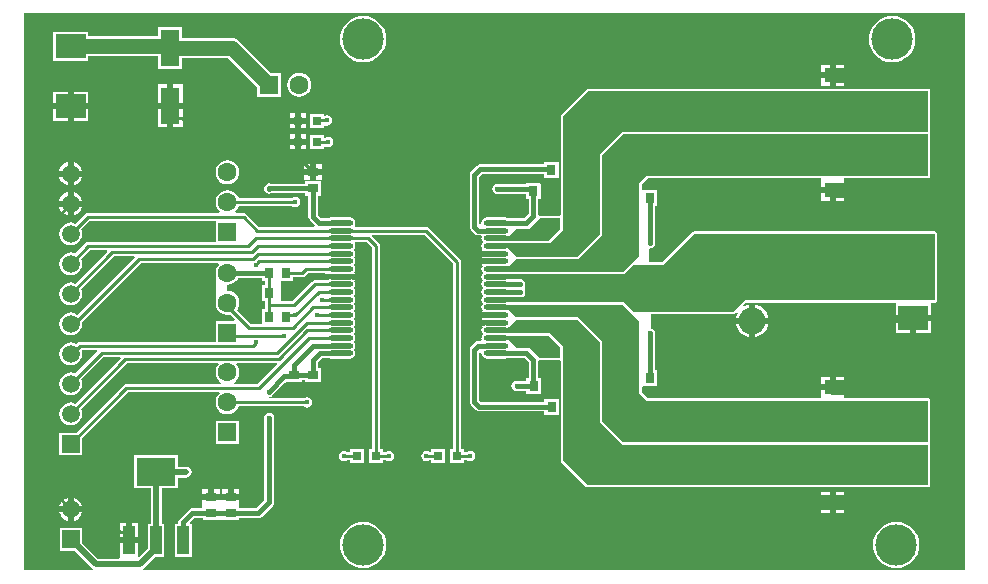
<source format=gtl>
G04*
G04 #@! TF.GenerationSoftware,Altium Limited,Altium Designer,20.2.7 (254)*
G04*
G04 Layer_Physical_Order=1*
G04 Layer_Color=255*
%FSLAX25Y25*%
%MOIN*%
G70*
G04*
G04 #@! TF.SameCoordinates,ECD674B8-324E-4609-97E5-6B7B15D5A4BB*
G04*
G04*
G04 #@! TF.FilePolarity,Positive*
G04*
G01*
G75*
%ADD16C,0.01000*%
%ADD20R,0.03740X0.03150*%
%ADD21R,0.03150X0.03740*%
%ADD22R,0.05500X0.05000*%
%ADD23R,0.03150X0.03150*%
%ADD24O,0.08071X0.01968*%
%ADD25R,0.12992X0.09449*%
%ADD26R,0.03937X0.09449*%
%ADD27R,0.06299X0.12402*%
%ADD45C,0.01500*%
%ADD46C,0.05000*%
%ADD47C,0.02000*%
%ADD48R,0.09843X0.07874*%
%ADD49R,0.09000X0.09000*%
%ADD50C,0.09000*%
%ADD51C,0.06299*%
%ADD52R,0.06299X0.06299*%
%ADD53R,0.06299X0.06299*%
%ADD54C,0.05906*%
%ADD55R,0.05906X0.05906*%
%ADD56C,0.13800*%
%ADD57C,0.01772*%
%ADD58C,0.01772*%
G36*
X152775Y-93975D02*
X-120842D01*
X-120994Y-93475D01*
X-120729Y-93298D01*
X-116973Y-89542D01*
X-114032D01*
Y-78493D01*
X-114965D01*
Y-66707D01*
X-109504D01*
Y-63135D01*
X-106700D01*
X-105998Y-62996D01*
X-105402Y-62598D01*
X-105004Y-62002D01*
X-104865Y-61300D01*
X-105004Y-60598D01*
X-105402Y-60002D01*
X-105998Y-59604D01*
X-106700Y-59465D01*
X-109504D01*
Y-55658D01*
X-124096D01*
Y-66707D01*
X-118635D01*
Y-78493D01*
X-119569D01*
Y-86946D01*
X-122403Y-89780D01*
X-122887Y-89557D01*
Y-85017D01*
X-125855D01*
X-128824D01*
Y-89665D01*
X-128824Y-89742D01*
X-129009Y-90165D01*
X-136140D01*
X-141447Y-84857D01*
Y-79947D01*
X-148953D01*
Y-87453D01*
X-144043D01*
X-138198Y-93298D01*
X-137933Y-93475D01*
X-138085Y-93975D01*
X-160975D01*
Y91575D01*
X152775D01*
Y-93975D01*
D02*
G37*
%LPC*%
G36*
X-108150Y87147D02*
X-116050D01*
Y83929D01*
X-139579D01*
Y85337D01*
X-151021D01*
Y75863D01*
X-139579D01*
Y77271D01*
X-116050D01*
Y73145D01*
X-108150D01*
Y76817D01*
X-92824D01*
X-83050Y67042D01*
Y63850D01*
X-75150D01*
Y71750D01*
X-78342D01*
X-89092Y82499D01*
X-89781Y83028D01*
X-90114Y83166D01*
X-90584Y83361D01*
X-91446Y83474D01*
X-108150D01*
Y87147D01*
D02*
G37*
G36*
X128600Y90737D02*
X127091Y90589D01*
X125639Y90148D01*
X124301Y89433D01*
X123129Y88471D01*
X122167Y87299D01*
X121452Y85961D01*
X121011Y84509D01*
X120863Y83000D01*
X121011Y81490D01*
X121452Y80039D01*
X122167Y78701D01*
X123129Y77529D01*
X124301Y76567D01*
X125639Y75852D01*
X127091Y75411D01*
X128600Y75263D01*
X130110Y75411D01*
X131561Y75852D01*
X132899Y76567D01*
X134071Y77529D01*
X135033Y78701D01*
X135748Y80039D01*
X136189Y81490D01*
X136337Y83000D01*
X136189Y84509D01*
X135748Y85961D01*
X135033Y87299D01*
X134071Y88471D01*
X132899Y89433D01*
X131561Y90148D01*
X130110Y90589D01*
X128600Y90737D01*
D02*
G37*
G36*
X-47800D02*
X-49310Y90589D01*
X-50761Y90148D01*
X-52099Y89433D01*
X-53271Y88471D01*
X-54233Y87299D01*
X-54948Y85961D01*
X-55389Y84509D01*
X-55537Y83000D01*
X-55389Y81490D01*
X-54948Y80039D01*
X-54233Y78701D01*
X-53271Y77529D01*
X-52099Y76567D01*
X-50761Y75852D01*
X-49310Y75411D01*
X-47800Y75263D01*
X-46290Y75411D01*
X-44839Y75852D01*
X-43501Y76567D01*
X-42329Y77529D01*
X-41367Y78701D01*
X-40652Y80039D01*
X-40211Y81490D01*
X-40063Y83000D01*
X-40211Y84509D01*
X-40652Y85961D01*
X-41367Y87299D01*
X-42329Y88471D01*
X-43501Y89433D01*
X-44839Y90148D01*
X-46290Y90589D01*
X-47800Y90737D01*
D02*
G37*
G36*
X112450Y74400D02*
X109700D01*
Y71900D01*
X112450D01*
Y74400D01*
D02*
G37*
G36*
X107700D02*
X104950D01*
Y71900D01*
X107700D01*
Y74400D01*
D02*
G37*
G36*
X112450Y69900D02*
X109700D01*
Y67400D01*
X112450D01*
Y69900D01*
D02*
G37*
G36*
X107700D02*
X104950D01*
Y67400D01*
X107700D01*
Y69900D01*
D02*
G37*
G36*
X141321Y66437D02*
X129879D01*
Y66416D01*
X27202Y66416D01*
X27202Y66416D01*
X26889Y66354D01*
X26625Y66177D01*
X26625Y66177D01*
X18325Y57877D01*
X18148Y57612D01*
X18086Y57300D01*
X18086Y57300D01*
X18086Y24580D01*
X17586Y24116D01*
X11100Y24116D01*
X11080Y24112D01*
X10590Y24464D01*
X10580Y24483D01*
Y29830D01*
X11375D01*
Y35170D01*
X6625D01*
Y34680D01*
X-2331D01*
X-2342Y34688D01*
X-3000Y34819D01*
X-3658Y34688D01*
X-4215Y34315D01*
X-4588Y33758D01*
X-4719Y33100D01*
X-4588Y32442D01*
X-4215Y31885D01*
X-3658Y31512D01*
X-3000Y31381D01*
X-2342Y31512D01*
X-2331Y31520D01*
X6625D01*
Y29830D01*
X7420D01*
Y24755D01*
X5997Y23332D01*
X383D01*
X233Y23433D01*
X-463Y23571D01*
X-6565D01*
X-7261Y23433D01*
X-7852Y23038D01*
X-8246Y22448D01*
X-8385Y21752D01*
X-8354Y21599D01*
X-8687Y21139D01*
X-9120Y21532D01*
Y37145D01*
X-8183Y38082D01*
X12625D01*
Y36830D01*
X17375D01*
Y42170D01*
X12625D01*
Y41243D01*
X-8838D01*
X-9442Y41122D01*
X-9955Y40780D01*
X-11817Y38917D01*
X-12160Y38405D01*
X-12280Y37800D01*
Y20500D01*
X-12160Y19895D01*
X-11817Y19383D01*
X-10510Y18075D01*
X-9998Y17733D01*
X-9393Y17613D01*
X-8613D01*
X-8289Y17112D01*
X-8385Y16634D01*
X-8246Y15938D01*
X-7856Y15354D01*
X-8246Y14771D01*
X-8385Y14075D01*
X-8246Y13379D01*
X-7969Y12964D01*
X-7996Y12946D01*
X-8284Y12516D01*
X-7444D01*
X-7262Y12394D01*
X-6565Y12255D01*
X-3514D01*
Y10516D01*
X-8284D01*
X-8097Y10236D01*
X-8284Y9957D01*
X-3514D01*
Y8217D01*
X-6565D01*
X-7262Y8078D01*
X-7444Y7957D01*
X-8284D01*
X-7996Y7526D01*
X-7969Y7508D01*
X-8246Y7094D01*
X-8385Y6398D01*
X-8246Y5702D01*
X-7856Y5118D01*
X-8246Y4535D01*
X-8385Y3839D01*
X-8246Y3142D01*
X-7856Y2559D01*
X-8246Y1976D01*
X-8385Y1280D01*
X-8246Y583D01*
X-7856Y0D01*
X-8246Y-583D01*
X-8385Y-1280D01*
X-8246Y-1976D01*
X-7856Y-2559D01*
X-8246Y-3142D01*
X-8385Y-3839D01*
X-8246Y-4535D01*
X-7856Y-5118D01*
X-8246Y-5702D01*
X-8385Y-6398D01*
X-8246Y-7094D01*
X-7969Y-7508D01*
X-7996Y-7526D01*
X-8284Y-7957D01*
X-7444D01*
X-7262Y-8079D01*
X-6565Y-8217D01*
X-3514D01*
Y-9957D01*
X-8284D01*
X-8097Y-10236D01*
X-8284Y-10516D01*
X-3514D01*
Y-12255D01*
X-6565D01*
X-7262Y-12394D01*
X-7444Y-12516D01*
X-8284D01*
X-7996Y-12946D01*
X-7969Y-12964D01*
X-8246Y-13379D01*
X-8385Y-14075D01*
X-8246Y-14771D01*
X-7856Y-15354D01*
X-8061Y-15661D01*
X-8077Y-15677D01*
X-8077Y-15677D01*
X-8077Y-15677D01*
X-8187Y-15842D01*
X-8254Y-15942D01*
Y-15942D01*
X-8254Y-15942D01*
X-8282Y-16082D01*
X-8316Y-16254D01*
X-8316Y-16254D01*
X-8316Y-16288D01*
X-8385Y-16634D01*
X-8316Y-16980D01*
X-8316Y-17112D01*
X-8698Y-17574D01*
X-8784Y-17613D01*
X-9393D01*
X-9998Y-17733D01*
X-10510Y-18075D01*
X-11817Y-19383D01*
X-12160Y-19895D01*
X-12280Y-20500D01*
Y-37800D01*
X-12160Y-38405D01*
X-11817Y-38917D01*
X-10118Y-40617D01*
X-9605Y-40960D01*
X-9000Y-41080D01*
X12663D01*
Y-42207D01*
X17413D01*
Y-36867D01*
X12663D01*
Y-37920D01*
X-8345D01*
X-9120Y-37145D01*
Y-21532D01*
X-8687Y-21139D01*
X-8354Y-21599D01*
X-8385Y-21752D01*
X-8246Y-22448D01*
X-7852Y-23038D01*
X-7261Y-23433D01*
X-6565Y-23571D01*
X-463D01*
X233Y-23433D01*
X383Y-23332D01*
X5997D01*
X7420Y-24755D01*
Y-29867D01*
X6663D01*
Y-30956D01*
X4033D01*
X4021Y-30949D01*
X3363Y-30818D01*
X2706Y-30949D01*
X2148Y-31321D01*
X1775Y-31879D01*
X1644Y-32537D01*
X1775Y-33194D01*
X2148Y-33752D01*
X2706Y-34125D01*
X3363Y-34255D01*
X4021Y-34125D01*
X4033Y-34117D01*
X6663D01*
Y-35207D01*
X11413D01*
Y-29867D01*
X10580D01*
Y-24450D01*
X10650Y-24360D01*
X11077Y-24091D01*
X11200Y-24116D01*
X11200Y-24116D01*
X18000Y-24116D01*
X18095Y-24194D01*
X18095Y-57306D01*
X18095Y-57306D01*
X18157Y-57618D01*
X18334Y-57883D01*
X18334Y-57883D01*
X26634Y-66183D01*
X26898Y-66360D01*
X27211Y-66422D01*
X27211Y-66422D01*
X129879Y-66422D01*
Y-66437D01*
X141321D01*
Y-65632D01*
X141326Y-65606D01*
X141326Y-52206D01*
X141264Y-51894D01*
X141172Y-51756D01*
X141264Y-51619D01*
X141326Y-51306D01*
X141326Y-37506D01*
X141321Y-37481D01*
Y-36963D01*
X141110D01*
X141087Y-36930D01*
X140823Y-36753D01*
X140511Y-36691D01*
X112871D01*
X112450Y-36500D01*
X112450Y-36191D01*
Y-34000D01*
X108700D01*
X104950D01*
Y-36191D01*
X104950Y-36500D01*
X104529Y-36691D01*
X47049D01*
X45026Y-34668D01*
Y-33020D01*
X45526Y-32670D01*
X50131D01*
Y-27330D01*
X49380D01*
Y-15769D01*
X49388Y-15758D01*
X49519Y-15100D01*
X49388Y-14442D01*
X49015Y-13885D01*
X48458Y-13512D01*
X48100Y-13441D01*
Y-9216D01*
X48100Y-9200D01*
X48138Y-8716D01*
X75555Y-8716D01*
X75555Y-8716D01*
X75867Y-8654D01*
X76132Y-8477D01*
X76132Y-8477D01*
X76606Y-8003D01*
X77030Y-8286D01*
X76542Y-9464D01*
X76484Y-9900D01*
X80900D01*
Y-5484D01*
X80464Y-5542D01*
X79286Y-6030D01*
X79002Y-5606D01*
X79793Y-4816D01*
X129281D01*
X129679Y-5063D01*
X129679Y-5316D01*
Y-9000D01*
X135600D01*
X141521D01*
Y-5316D01*
X141521Y-5063D01*
X141919Y-4816D01*
X142766D01*
X143078Y-4754D01*
X143342Y-4577D01*
X143519Y-4312D01*
X143581Y-4000D01*
X143581Y18069D01*
X143519Y18381D01*
X143342Y18646D01*
X143078Y18823D01*
X142766Y18885D01*
X62469Y18885D01*
X62469Y18885D01*
X62157Y18823D01*
X61892Y18646D01*
X61892Y18646D01*
X51873Y8626D01*
X47500Y8626D01*
Y13135D01*
X47800Y13381D01*
X48458Y13512D01*
X49015Y13885D01*
X49388Y14442D01*
X49519Y15100D01*
X49388Y15758D01*
X49380Y15769D01*
Y27330D01*
X50131D01*
Y32670D01*
X45517D01*
X45017Y32999D01*
Y34662D01*
X47039Y36684D01*
X104912D01*
X104950Y36200D01*
X104950Y36184D01*
Y33700D01*
X108700D01*
X112450D01*
Y36184D01*
X112450Y36200D01*
X112488Y36684D01*
X140502D01*
X140814Y36746D01*
X141078Y36923D01*
X141105Y36963D01*
X141321D01*
Y46437D01*
X141317D01*
X141317Y51300D01*
X141255Y51612D01*
X141163Y51750D01*
X141255Y51888D01*
X141317Y52200D01*
X141317Y56963D01*
X141321D01*
Y66437D01*
D02*
G37*
G36*
X-69100Y71784D02*
X-70131Y71648D01*
X-71092Y71250D01*
X-71917Y70617D01*
X-72550Y69792D01*
X-72948Y68831D01*
X-73084Y67800D01*
X-72948Y66769D01*
X-72550Y65808D01*
X-71917Y64983D01*
X-71092Y64350D01*
X-70131Y63952D01*
X-69100Y63816D01*
X-68069Y63952D01*
X-67108Y64350D01*
X-66283Y64983D01*
X-65650Y65808D01*
X-65252Y66769D01*
X-65116Y67800D01*
X-65252Y68831D01*
X-65650Y69792D01*
X-66283Y70617D01*
X-67108Y71250D01*
X-68069Y71648D01*
X-69100Y71784D01*
D02*
G37*
G36*
X-107950Y68055D02*
X-111100D01*
Y61854D01*
X-107950D01*
Y68055D01*
D02*
G37*
G36*
X-113100D02*
X-116250D01*
Y61854D01*
X-113100D01*
Y68055D01*
D02*
G37*
G36*
X-139379Y65537D02*
X-144300D01*
Y61600D01*
X-139379D01*
Y65537D01*
D02*
G37*
G36*
X-146300D02*
X-151221D01*
Y61600D01*
X-146300D01*
Y65537D01*
D02*
G37*
G36*
X-66925Y58375D02*
X-68500D01*
Y56800D01*
X-66925D01*
Y58375D01*
D02*
G37*
G36*
X-70500D02*
X-72075D01*
Y56800D01*
X-70500D01*
Y58375D01*
D02*
G37*
G36*
X-139379Y59600D02*
X-144300D01*
Y55663D01*
X-139379D01*
Y59600D01*
D02*
G37*
G36*
X-146300D02*
X-151221D01*
Y55663D01*
X-146300D01*
Y59600D01*
D02*
G37*
G36*
X-60826Y58175D02*
X-65576D01*
Y53425D01*
X-60826D01*
Y53969D01*
X-60326Y54276D01*
X-59850Y54181D01*
X-59193Y54312D01*
X-58635Y54685D01*
X-58262Y55242D01*
X-58131Y55900D01*
X-58262Y56558D01*
X-58635Y57115D01*
X-59193Y57488D01*
X-59850Y57619D01*
X-60326Y57524D01*
X-60826Y57831D01*
Y58175D01*
D02*
G37*
G36*
X-107950Y59854D02*
X-111100D01*
Y53654D01*
X-107950D01*
Y59854D01*
D02*
G37*
G36*
X-113100D02*
X-116250D01*
Y53654D01*
X-113100D01*
Y59854D01*
D02*
G37*
G36*
X-66925Y54800D02*
X-68500D01*
Y53225D01*
X-66925D01*
Y54800D01*
D02*
G37*
G36*
X-70500D02*
X-72075D01*
Y53225D01*
X-70500D01*
Y54800D01*
D02*
G37*
G36*
X-66976Y51372D02*
X-68550D01*
Y49797D01*
X-66976D01*
Y51372D01*
D02*
G37*
G36*
X-70550D02*
X-72125D01*
Y49797D01*
X-70550D01*
Y51372D01*
D02*
G37*
G36*
X-60876Y51171D02*
X-65626D01*
Y46422D01*
X-60876D01*
Y47276D01*
X-60376Y47421D01*
X-60059Y47209D01*
X-59401Y47078D01*
X-58743Y47209D01*
X-58185Y47581D01*
X-57813Y48139D01*
X-57682Y48797D01*
X-57813Y49454D01*
X-58185Y50012D01*
X-58743Y50385D01*
X-59401Y50516D01*
X-60059Y50385D01*
X-60376Y50172D01*
X-60876Y50318D01*
Y51171D01*
D02*
G37*
G36*
X-66976Y47797D02*
X-68550D01*
Y46222D01*
X-66976D01*
Y47797D01*
D02*
G37*
G36*
X-70550D02*
X-72125D01*
Y46222D01*
X-70550D01*
Y47797D01*
D02*
G37*
G36*
X-61586Y41331D02*
X-63456D01*
Y39756D01*
X-61586D01*
Y41331D01*
D02*
G37*
G36*
X-65456D02*
X-67326D01*
Y39756D01*
X-65456D01*
Y41331D01*
D02*
G37*
G36*
X-144300Y41955D02*
Y39100D01*
X-141445D01*
X-141449Y39132D01*
X-141847Y40093D01*
X-142481Y40919D01*
X-143307Y41553D01*
X-144268Y41951D01*
X-144300Y41955D01*
D02*
G37*
G36*
X-146300D02*
X-146332Y41951D01*
X-147293Y41553D01*
X-148119Y40919D01*
X-148753Y40093D01*
X-149151Y39132D01*
X-149155Y39100D01*
X-146300D01*
Y41955D01*
D02*
G37*
G36*
X-61586Y37756D02*
X-63456D01*
Y36181D01*
X-61586D01*
Y37756D01*
D02*
G37*
G36*
X-65456D02*
X-67326D01*
Y36181D01*
X-65456D01*
Y37756D01*
D02*
G37*
G36*
X-61786Y35619D02*
X-67126D01*
Y34824D01*
X-78625D01*
X-79100Y34919D01*
X-79758Y34788D01*
X-80315Y34415D01*
X-80688Y33858D01*
X-80819Y33200D01*
X-80688Y32542D01*
X-80315Y31985D01*
X-79758Y31612D01*
X-79100Y31481D01*
X-78442Y31612D01*
X-78365Y31664D01*
X-67126D01*
Y30869D01*
X-66036D01*
Y23856D01*
X-65916Y23251D01*
X-65574Y22739D01*
X-63853Y21018D01*
X-64060Y20518D01*
X-82444D01*
X-86663Y24737D01*
X-87093Y25025D01*
X-87600Y25126D01*
X-90219D01*
X-90389Y25626D01*
X-90183Y25783D01*
X-89550Y26608D01*
X-89233Y27375D01*
X-71551D01*
X-71158Y27112D01*
X-70500Y26981D01*
X-69842Y27112D01*
X-69285Y27485D01*
X-68912Y28042D01*
X-68781Y28700D01*
X-68912Y29358D01*
X-69285Y29915D01*
X-69842Y30288D01*
X-70500Y30419D01*
X-71158Y30288D01*
X-71551Y30026D01*
X-89315D01*
X-89550Y30592D01*
X-90183Y31417D01*
X-91008Y32050D01*
X-91969Y32448D01*
X-93000Y32584D01*
X-94031Y32448D01*
X-94992Y32050D01*
X-95817Y31417D01*
X-96450Y30592D01*
X-96848Y29631D01*
X-96984Y28600D01*
X-96848Y27569D01*
X-96450Y26608D01*
X-95817Y25783D01*
X-95612Y25626D01*
X-95781Y25126D01*
X-139600D01*
X-140107Y25025D01*
X-140537Y24737D01*
X-143753Y21521D01*
X-144320Y21756D01*
X-145300Y21885D01*
X-146280Y21756D01*
X-147193Y21378D01*
X-147977Y20776D01*
X-148578Y19993D01*
X-148956Y19080D01*
X-149085Y18100D01*
X-148956Y17120D01*
X-148578Y16207D01*
X-147977Y15424D01*
X-147193Y14822D01*
X-146280Y14444D01*
X-145300Y14315D01*
X-144320Y14444D01*
X-143407Y14822D01*
X-142623Y15424D01*
X-142022Y16207D01*
X-141644Y17120D01*
X-141515Y18100D01*
X-141644Y19080D01*
X-141879Y19647D01*
X-139051Y22475D01*
X-96950D01*
Y15326D01*
X-139400D01*
X-139907Y15225D01*
X-140337Y14937D01*
X-143753Y11521D01*
X-144320Y11756D01*
X-145300Y11885D01*
X-146280Y11756D01*
X-147193Y11378D01*
X-147977Y10776D01*
X-148578Y9993D01*
X-148956Y9080D01*
X-149085Y8100D01*
X-148956Y7120D01*
X-148578Y6207D01*
X-147977Y5424D01*
X-147193Y4822D01*
X-146280Y4444D01*
X-145300Y4315D01*
X-144320Y4444D01*
X-143407Y4822D01*
X-142623Y5424D01*
X-142022Y6207D01*
X-141644Y7120D01*
X-141515Y8100D01*
X-141644Y9080D01*
X-141879Y9647D01*
X-138851Y12675D01*
X-133253D01*
X-133062Y12213D01*
X-143753Y1521D01*
X-144320Y1756D01*
X-145300Y1885D01*
X-146280Y1756D01*
X-147193Y1378D01*
X-147977Y777D01*
X-148578Y-7D01*
X-148956Y-920D01*
X-149085Y-1900D01*
X-148956Y-2880D01*
X-148578Y-3793D01*
X-147977Y-4577D01*
X-147193Y-5178D01*
X-146280Y-5556D01*
X-145300Y-5685D01*
X-144320Y-5556D01*
X-143407Y-5178D01*
X-142623Y-4577D01*
X-142022Y-3793D01*
X-141644Y-2880D01*
X-141515Y-1900D01*
X-141644Y-920D01*
X-141879Y-353D01*
X-130919Y10606D01*
X-124100D01*
X-123909Y10144D01*
X-142993Y-8940D01*
X-143407Y-8622D01*
X-144320Y-8244D01*
X-145300Y-8115D01*
X-146280Y-8244D01*
X-147193Y-8622D01*
X-147977Y-9223D01*
X-148578Y-10007D01*
X-148956Y-10920D01*
X-149085Y-11900D01*
X-148956Y-12880D01*
X-148578Y-13793D01*
X-147977Y-14577D01*
X-147193Y-15178D01*
X-146280Y-15556D01*
X-145300Y-15685D01*
X-144320Y-15556D01*
X-143407Y-15178D01*
X-142623Y-14577D01*
X-142022Y-13793D01*
X-141644Y-12880D01*
X-141515Y-11900D01*
X-141595Y-11291D01*
X-121930Y8375D01*
X-96121D01*
X-95926Y7875D01*
X-96450Y7192D01*
X-96848Y6231D01*
X-96984Y5200D01*
Y-4800D01*
X-96848Y-5831D01*
X-96450Y-6792D01*
X-95817Y-7617D01*
X-94992Y-8250D01*
X-94031Y-8648D01*
X-93000Y-8784D01*
X-92285Y-8689D01*
X-90586Y-10389D01*
X-90777Y-10850D01*
X-96950D01*
Y-17924D01*
X-142293D01*
X-142800Y-18025D01*
X-143230Y-18312D01*
X-143501Y-18583D01*
X-144320Y-18244D01*
X-145300Y-18115D01*
X-146280Y-18244D01*
X-147193Y-18622D01*
X-147977Y-19223D01*
X-148578Y-20007D01*
X-148956Y-20920D01*
X-149085Y-21900D01*
X-148956Y-22880D01*
X-148578Y-23793D01*
X-147977Y-24577D01*
X-147193Y-25178D01*
X-146280Y-25556D01*
X-145300Y-25685D01*
X-144320Y-25556D01*
X-143407Y-25178D01*
X-142623Y-24577D01*
X-142022Y-23793D01*
X-141644Y-22880D01*
X-141515Y-21900D01*
X-141623Y-21075D01*
X-141386Y-20697D01*
X-141246Y-20575D01*
X-136557D01*
X-136350Y-21075D01*
X-143753Y-28479D01*
X-144320Y-28244D01*
X-145300Y-28115D01*
X-146280Y-28244D01*
X-147193Y-28622D01*
X-147977Y-29223D01*
X-148578Y-30007D01*
X-148956Y-30920D01*
X-149085Y-31900D01*
X-148956Y-32880D01*
X-148578Y-33793D01*
X-147977Y-34576D01*
X-147193Y-35178D01*
X-146280Y-35556D01*
X-145300Y-35685D01*
X-144320Y-35556D01*
X-143407Y-35178D01*
X-142623Y-34576D01*
X-142022Y-33793D01*
X-141644Y-32880D01*
X-141515Y-31900D01*
X-141644Y-30920D01*
X-141879Y-30353D01*
X-134402Y-22876D01*
X-128804D01*
X-128613Y-23338D01*
X-143753Y-38479D01*
X-144320Y-38244D01*
X-145300Y-38115D01*
X-146280Y-38244D01*
X-147193Y-38622D01*
X-147977Y-39224D01*
X-148578Y-40007D01*
X-148956Y-40920D01*
X-149085Y-41900D01*
X-148956Y-42880D01*
X-148578Y-43793D01*
X-147977Y-44576D01*
X-147193Y-45178D01*
X-146280Y-45556D01*
X-145300Y-45685D01*
X-144320Y-45556D01*
X-143407Y-45178D01*
X-142623Y-44576D01*
X-142022Y-43793D01*
X-141644Y-42880D01*
X-141515Y-41900D01*
X-141644Y-40920D01*
X-141879Y-40353D01*
X-126471Y-24946D01*
X-96156D01*
X-95942Y-25446D01*
X-96450Y-26108D01*
X-96848Y-27069D01*
X-96984Y-28100D01*
X-96848Y-29131D01*
X-96450Y-30092D01*
X-95817Y-30917D01*
X-95090Y-31475D01*
X-95175Y-31890D01*
X-95221Y-31975D01*
X-126700D01*
X-127207Y-32075D01*
X-127637Y-32363D01*
X-143422Y-48147D01*
X-149053D01*
Y-55653D01*
X-141547D01*
Y-50022D01*
X-126151Y-34626D01*
X-95781D01*
X-95612Y-35125D01*
X-95817Y-35283D01*
X-96450Y-36108D01*
X-96848Y-37069D01*
X-96984Y-38100D01*
X-96848Y-39131D01*
X-96450Y-40092D01*
X-95817Y-40917D01*
X-94992Y-41550D01*
X-94031Y-41948D01*
X-93000Y-42084D01*
X-91969Y-41948D01*
X-91008Y-41550D01*
X-90183Y-40917D01*
X-89550Y-40092D01*
X-89274Y-39426D01*
X-67451D01*
X-67058Y-39688D01*
X-66400Y-39819D01*
X-65742Y-39688D01*
X-65185Y-39315D01*
X-64812Y-38758D01*
X-64681Y-38100D01*
X-64812Y-37442D01*
X-65185Y-36885D01*
X-65742Y-36512D01*
X-66400Y-36381D01*
X-67058Y-36512D01*
X-67451Y-36775D01*
X-78637D01*
X-79049Y-36561D01*
X-79049Y-36561D01*
X-79049D01*
X-79077Y-36274D01*
X-79042Y-36268D01*
X-78642Y-36188D01*
X-78085Y-35815D01*
X-77712Y-35258D01*
X-77709Y-35244D01*
X-73963Y-31498D01*
X-73526Y-31319D01*
Y-31319D01*
X-73526Y-31319D01*
X-68186D01*
Y-30525D01*
X-67126D01*
Y-31319D01*
X-61786D01*
Y-26569D01*
X-62876D01*
Y-24611D01*
X-61597Y-23332D01*
X-59183D01*
X-59033Y-23433D01*
X-58337Y-23571D01*
X-52235D01*
X-51538Y-23433D01*
X-50948Y-23038D01*
X-50554Y-22448D01*
X-50415Y-21752D01*
X-50554Y-21056D01*
X-50944Y-20472D01*
X-50554Y-19889D01*
X-50415Y-19193D01*
X-50554Y-18497D01*
X-50944Y-17913D01*
X-50554Y-17330D01*
X-50415Y-16634D01*
X-50554Y-15938D01*
X-50944Y-15354D01*
X-50554Y-14771D01*
X-50415Y-14075D01*
X-50554Y-13379D01*
X-50944Y-12795D01*
X-50554Y-12212D01*
X-50415Y-11516D01*
X-50554Y-10820D01*
X-50944Y-10236D01*
X-50554Y-9653D01*
X-50415Y-8957D01*
X-50554Y-8260D01*
X-50944Y-7677D01*
X-50554Y-7094D01*
X-50415Y-6398D01*
X-50554Y-5702D01*
X-50944Y-5118D01*
X-50554Y-4535D01*
X-50415Y-3839D01*
X-50554Y-3142D01*
X-50944Y-2559D01*
X-50554Y-1976D01*
X-50415Y-1280D01*
X-50554Y-583D01*
X-50944Y0D01*
X-50554Y583D01*
X-50415Y1280D01*
X-50554Y1976D01*
X-50831Y2390D01*
X-50804Y2408D01*
X-50516Y2839D01*
X-51356D01*
X-51538Y2960D01*
X-52235Y3099D01*
X-55286D01*
X-58337D01*
X-59033Y2960D01*
X-59216Y2839D01*
X-60305D01*
X-60430Y2605D01*
X-63820D01*
X-64328Y2504D01*
X-64758Y2217D01*
X-71349Y-4374D01*
X-75100D01*
X-75100Y2330D01*
X-71169D01*
Y3675D01*
X-68100D01*
X-67593Y3775D01*
X-67163Y4063D01*
X-66153Y5072D01*
X-60430D01*
X-60305Y4839D01*
X-59216D01*
X-59033Y4717D01*
X-58337Y4578D01*
X-55286D01*
X-52235D01*
X-51538Y4717D01*
X-51356Y4839D01*
X-50516D01*
X-50804Y5269D01*
X-50831Y5287D01*
X-50554Y5702D01*
X-50415Y6398D01*
X-50554Y7094D01*
X-50944Y7677D01*
X-50554Y8260D01*
X-50415Y8957D01*
X-50554Y9653D01*
X-50944Y10236D01*
X-50554Y10820D01*
X-50415Y11516D01*
X-50554Y12212D01*
X-50944Y12795D01*
X-50554Y13379D01*
X-50415Y14075D01*
X-50554Y14771D01*
X-50618Y14867D01*
X-50383Y15308D01*
X-46583D01*
X-44726Y13452D01*
Y-53525D01*
X-45776D01*
Y-58275D01*
X-41026D01*
Y-57326D01*
X-40151D01*
X-39758Y-57588D01*
X-39100Y-57719D01*
X-38442Y-57588D01*
X-37885Y-57215D01*
X-37512Y-56658D01*
X-37381Y-56000D01*
X-37512Y-55342D01*
X-37885Y-54785D01*
X-38442Y-54412D01*
X-39100Y-54281D01*
X-39758Y-54412D01*
X-40151Y-54675D01*
X-41026D01*
Y-53525D01*
X-42075D01*
Y14001D01*
X-42176Y14508D01*
X-42463Y14938D01*
X-44893Y17367D01*
X-44686Y17867D01*
X-27342D01*
X-17777Y8302D01*
Y-53525D01*
X-18826D01*
Y-58275D01*
X-14076D01*
Y-57226D01*
X-13151D01*
X-12758Y-57488D01*
X-12100Y-57619D01*
X-11442Y-57488D01*
X-10885Y-57115D01*
X-10512Y-56558D01*
X-10381Y-55900D01*
X-10512Y-55242D01*
X-10885Y-54685D01*
X-11442Y-54312D01*
X-12100Y-54181D01*
X-12758Y-54312D01*
X-13151Y-54575D01*
X-14076D01*
Y-53525D01*
X-15126D01*
Y8851D01*
X-15227Y9358D01*
X-15514Y9788D01*
X-25856Y20130D01*
X-26286Y20417D01*
X-26793Y20518D01*
X-50383D01*
X-50618Y20959D01*
X-50554Y21056D01*
X-50415Y21752D01*
X-50554Y22448D01*
X-50948Y23038D01*
X-51538Y23433D01*
X-52235Y23571D01*
X-58337D01*
X-59033Y23433D01*
X-59183Y23332D01*
X-61697D01*
X-62876Y24511D01*
Y30869D01*
X-61786D01*
Y35619D01*
D02*
G37*
G36*
X-93000Y42584D02*
X-94031Y42448D01*
X-94992Y42050D01*
X-95817Y41417D01*
X-96450Y40592D01*
X-96848Y39631D01*
X-96984Y38600D01*
X-96848Y37569D01*
X-96450Y36608D01*
X-95817Y35783D01*
X-94992Y35150D01*
X-94031Y34752D01*
X-93000Y34616D01*
X-91969Y34752D01*
X-91008Y35150D01*
X-90183Y35783D01*
X-89550Y36608D01*
X-89152Y37569D01*
X-89016Y38600D01*
X-89152Y39631D01*
X-89550Y40592D01*
X-90183Y41417D01*
X-91008Y42050D01*
X-91969Y42448D01*
X-93000Y42584D01*
D02*
G37*
G36*
X-141445Y37100D02*
X-144300D01*
Y34245D01*
X-144268Y34249D01*
X-143307Y34647D01*
X-142481Y35281D01*
X-141847Y36107D01*
X-141449Y37068D01*
X-141445Y37100D01*
D02*
G37*
G36*
X-146300D02*
X-149155D01*
X-149151Y37068D01*
X-148753Y36107D01*
X-148119Y35281D01*
X-147293Y34647D01*
X-146332Y34249D01*
X-146300Y34245D01*
Y37100D01*
D02*
G37*
G36*
X112450Y31700D02*
X109700D01*
Y29200D01*
X112450D01*
Y31700D01*
D02*
G37*
G36*
X107700D02*
X104950D01*
Y29200D01*
X107700D01*
Y31700D01*
D02*
G37*
G36*
X-144300Y31955D02*
Y29100D01*
X-141445D01*
X-141449Y29132D01*
X-141847Y30093D01*
X-142481Y30919D01*
X-143307Y31553D01*
X-144268Y31951D01*
X-144300Y31955D01*
D02*
G37*
G36*
X-146300D02*
X-146332Y31951D01*
X-147293Y31553D01*
X-148119Y30919D01*
X-148753Y30093D01*
X-149151Y29132D01*
X-149155Y29100D01*
X-146300D01*
Y31955D01*
D02*
G37*
G36*
X-141445Y27100D02*
X-144300D01*
Y24245D01*
X-144268Y24249D01*
X-143307Y24647D01*
X-142481Y25281D01*
X-141847Y26107D01*
X-141449Y27068D01*
X-141445Y27100D01*
D02*
G37*
G36*
X-146300D02*
X-149155D01*
X-149151Y27068D01*
X-148753Y26107D01*
X-148119Y25281D01*
X-147293Y24647D01*
X-146332Y24249D01*
X-146300Y24245D01*
Y27100D01*
D02*
G37*
G36*
X82900Y-5484D02*
Y-9900D01*
X87316D01*
X87258Y-9464D01*
X86704Y-8126D01*
X85823Y-6977D01*
X84674Y-6096D01*
X83336Y-5542D01*
X82900Y-5484D01*
D02*
G37*
G36*
X141521Y-11000D02*
X136600D01*
Y-14937D01*
X141521D01*
Y-11000D01*
D02*
G37*
G36*
X134600D02*
X129679D01*
Y-14937D01*
X134600D01*
Y-11000D01*
D02*
G37*
G36*
X87316Y-11900D02*
X82900D01*
Y-16316D01*
X83336Y-16258D01*
X84674Y-15704D01*
X85823Y-14823D01*
X86704Y-13674D01*
X87258Y-12336D01*
X87316Y-11900D01*
D02*
G37*
G36*
X80900D02*
X76484D01*
X76542Y-12336D01*
X77096Y-13674D01*
X77977Y-14823D01*
X79126Y-15704D01*
X80464Y-16258D01*
X80900Y-16316D01*
Y-11900D01*
D02*
G37*
G36*
X112450Y-29500D02*
X109700D01*
Y-32000D01*
X112450D01*
Y-29500D01*
D02*
G37*
G36*
X107700D02*
X104950D01*
Y-32000D01*
X107700D01*
Y-29500D01*
D02*
G37*
G36*
X-89050Y-44150D02*
X-96950D01*
Y-52050D01*
X-89050D01*
Y-44150D01*
D02*
G37*
G36*
X-20376Y-53525D02*
X-25125D01*
Y-54675D01*
X-25649D01*
X-26042Y-54412D01*
X-26700Y-54281D01*
X-27358Y-54412D01*
X-27915Y-54785D01*
X-28288Y-55342D01*
X-28419Y-56000D01*
X-28288Y-56658D01*
X-27915Y-57215D01*
X-27358Y-57588D01*
X-26700Y-57719D01*
X-26042Y-57588D01*
X-25649Y-57326D01*
X-25125D01*
Y-58275D01*
X-20376D01*
Y-53525D01*
D02*
G37*
G36*
X-47325D02*
X-52075D01*
Y-54675D01*
X-53149D01*
X-53542Y-54412D01*
X-54200Y-54281D01*
X-54858Y-54412D01*
X-55415Y-54785D01*
X-55788Y-55342D01*
X-55919Y-56000D01*
X-55788Y-56658D01*
X-55415Y-57215D01*
X-54858Y-57588D01*
X-54200Y-57719D01*
X-53542Y-57588D01*
X-53149Y-57326D01*
X-52075D01*
Y-58275D01*
X-47325D01*
Y-53525D01*
D02*
G37*
G36*
X-89083Y-66939D02*
X-90953D01*
Y-68513D01*
X-89083D01*
Y-66939D01*
D02*
G37*
G36*
X-92953D02*
X-94824D01*
Y-68513D01*
X-92953D01*
Y-66939D01*
D02*
G37*
G36*
X-95624D02*
X-97494D01*
Y-68513D01*
X-95624D01*
Y-66939D01*
D02*
G37*
G36*
X-99494D02*
X-101364D01*
Y-68513D01*
X-99494D01*
Y-66939D01*
D02*
G37*
G36*
X112450Y-67800D02*
X109700D01*
Y-70300D01*
X112450D01*
Y-67800D01*
D02*
G37*
G36*
X107700D02*
X104950D01*
Y-70300D01*
X107700D01*
Y-67800D01*
D02*
G37*
G36*
X-144200Y-69845D02*
Y-72700D01*
X-141345D01*
X-141349Y-72668D01*
X-141747Y-71707D01*
X-142381Y-70881D01*
X-143207Y-70247D01*
X-144168Y-69849D01*
X-144200Y-69845D01*
D02*
G37*
G36*
X-146200D02*
X-146232Y-69849D01*
X-147193Y-70247D01*
X-148019Y-70881D01*
X-148653Y-71707D01*
X-149051Y-72668D01*
X-149055Y-72700D01*
X-146200D01*
Y-69845D01*
D02*
G37*
G36*
X-79100Y-41481D02*
X-79758Y-41612D01*
X-80315Y-41985D01*
X-80688Y-42542D01*
X-80819Y-43200D01*
X-80688Y-43858D01*
X-80680Y-43869D01*
Y-70745D01*
X-83380Y-73445D01*
X-89001D01*
X-89083Y-73245D01*
Y-70513D01*
X-94824D01*
Y-70521D01*
X-95624D01*
Y-70513D01*
X-101364D01*
Y-72088D01*
Y-73220D01*
X-101447Y-73420D01*
X-104800D01*
X-105405Y-73540D01*
X-105918Y-73883D01*
X-108862Y-76827D01*
X-109205Y-77340D01*
X-109325Y-77945D01*
Y-78493D01*
X-110513D01*
Y-89542D01*
X-104976D01*
Y-78493D01*
X-105405D01*
X-105596Y-78031D01*
X-104145Y-76580D01*
X-101164D01*
Y-77400D01*
X-89284D01*
Y-76606D01*
X-82725D01*
X-82120Y-76485D01*
X-81608Y-76143D01*
X-77982Y-72518D01*
X-77640Y-72005D01*
X-77520Y-71400D01*
Y-43869D01*
X-77512Y-43858D01*
X-77381Y-43200D01*
X-77512Y-42542D01*
X-77885Y-41985D01*
X-78442Y-41612D01*
X-79100Y-41481D01*
D02*
G37*
G36*
X112450Y-72300D02*
X109700D01*
Y-74800D01*
X112450D01*
Y-72300D01*
D02*
G37*
G36*
X107700D02*
X104950D01*
Y-74800D01*
X107700D01*
Y-72300D01*
D02*
G37*
G36*
X-141345Y-74700D02*
X-144200D01*
Y-77555D01*
X-144168Y-77551D01*
X-143207Y-77153D01*
X-142381Y-76519D01*
X-141747Y-75693D01*
X-141349Y-74732D01*
X-141345Y-74700D01*
D02*
G37*
G36*
X-146200D02*
X-149055D01*
X-149051Y-74732D01*
X-148653Y-75693D01*
X-148019Y-76519D01*
X-147193Y-77153D01*
X-146232Y-77551D01*
X-146200Y-77555D01*
Y-74700D01*
D02*
G37*
G36*
X-122887Y-78293D02*
X-124855D01*
Y-83017D01*
X-122887D01*
Y-78293D01*
D02*
G37*
G36*
X-126855D02*
X-128824D01*
Y-83017D01*
X-126855D01*
Y-78293D01*
D02*
G37*
G36*
X129900Y-77863D02*
X128391Y-78011D01*
X126939Y-78452D01*
X125601Y-79167D01*
X124429Y-80129D01*
X123467Y-81301D01*
X122752Y-82639D01*
X122311Y-84091D01*
X122163Y-85600D01*
X122311Y-87110D01*
X122752Y-88561D01*
X123467Y-89899D01*
X124429Y-91071D01*
X125601Y-92033D01*
X126939Y-92748D01*
X128391Y-93189D01*
X129900Y-93337D01*
X131410Y-93189D01*
X132861Y-92748D01*
X134199Y-92033D01*
X135371Y-91071D01*
X136333Y-89899D01*
X137048Y-88561D01*
X137489Y-87110D01*
X137637Y-85600D01*
X137489Y-84091D01*
X137048Y-82639D01*
X136333Y-81301D01*
X135371Y-80129D01*
X134199Y-79167D01*
X132861Y-78452D01*
X131410Y-78011D01*
X129900Y-77863D01*
D02*
G37*
G36*
X-47800D02*
X-49310Y-78011D01*
X-50761Y-78452D01*
X-52099Y-79167D01*
X-53271Y-80129D01*
X-54233Y-81301D01*
X-54948Y-82639D01*
X-55389Y-84091D01*
X-55537Y-85600D01*
X-55389Y-87110D01*
X-54948Y-88561D01*
X-54233Y-89899D01*
X-53271Y-91071D01*
X-52099Y-92033D01*
X-50761Y-92748D01*
X-49310Y-93189D01*
X-47800Y-93337D01*
X-46290Y-93189D01*
X-44839Y-92748D01*
X-43501Y-92033D01*
X-42329Y-91071D01*
X-41367Y-89899D01*
X-40652Y-88561D01*
X-40211Y-87110D01*
X-40063Y-85600D01*
X-40211Y-84091D01*
X-40652Y-82639D01*
X-41367Y-81301D01*
X-42329Y-80129D01*
X-43501Y-79167D01*
X-44839Y-78452D01*
X-46290Y-78011D01*
X-47800Y-77863D01*
D02*
G37*
%LPD*%
G36*
X18000Y23300D02*
Y19600D01*
X14276Y15876D01*
X-371Y15876D01*
X-463Y15894D01*
X-4247D01*
X-4600Y16248D01*
X-4600Y17374D01*
X-463D01*
X-150Y17436D01*
X836D01*
X3200Y19800D01*
X7600Y19800D01*
X11100Y23300D01*
X18000Y23300D01*
D02*
G37*
G36*
X140501Y52200D02*
X38601Y52200D01*
X31102Y44700D01*
Y18100D01*
X23502Y10500D01*
X3401Y10500D01*
X581Y13321D01*
X-391D01*
X-463Y13335D01*
X-5000D01*
Y14815D01*
X-463D01*
X-34Y14900D01*
X14402D01*
X14696Y15194D01*
X14852Y15299D01*
X18577Y19023D01*
X18577Y19023D01*
X18681Y19180D01*
X18902Y19400D01*
X18902Y57300D01*
X27202Y65600D01*
X140502Y65600D01*
X140501Y52200D01*
D02*
G37*
G36*
X140502Y37500D02*
X46702D01*
X44202Y35000D01*
X44201Y10800D01*
X41944Y8542D01*
X41712Y8387D01*
X41712Y8387D01*
X38769Y5444D01*
X346Y5444D01*
X233Y5519D01*
X-463Y5658D01*
X-5300D01*
Y7137D01*
X-463D01*
X233Y7276D01*
X419Y7400D01*
X1001D01*
X3305Y9703D01*
X3401Y9684D01*
X3401Y9684D01*
X23502Y9684D01*
X23502Y9684D01*
X23814Y9746D01*
X24078Y9923D01*
X24078Y9923D01*
X31678Y17523D01*
X31678Y17523D01*
X31784Y17682D01*
X31855Y17788D01*
X31917Y18100D01*
X31917Y18100D01*
Y44362D01*
X38855Y51300D01*
X140501Y51300D01*
X140502Y37500D01*
D02*
G37*
G36*
X142766Y-4000D02*
X79455D01*
X75555Y-7900D01*
X42518Y-7900D01*
X39245Y-4627D01*
X-218D01*
X-463Y-4578D01*
X-5717D01*
Y-3099D01*
X-463D01*
X-151Y-3037D01*
X5563D01*
X6200Y-2400D01*
Y-1395D01*
X6219Y-1300D01*
X6200Y-1205D01*
Y1205D01*
X6219Y1300D01*
X6200Y1395D01*
Y2000D01*
X5778Y2422D01*
X5715Y2515D01*
X5623Y2578D01*
X5200Y3000D01*
X4595D01*
X4500Y3019D01*
X4405Y3000D01*
X33Y3000D01*
X-463Y3099D01*
X-5359D01*
X-5710Y3455D01*
X-5695Y4578D01*
X-463D01*
X-211Y4628D01*
X39107Y4628D01*
X42289Y7811D01*
X52210Y7810D01*
X62469Y18069D01*
X142766Y18069D01*
X142766Y-4000D01*
D02*
G37*
G36*
X14200Y-15900D02*
X18000Y-19700D01*
X18000Y-23300D01*
X11200Y-23300D01*
X7700Y-19800D01*
X3300Y-19800D01*
X904Y-17404D01*
X-310D01*
X-463Y-17374D01*
X-6565D01*
X-6718Y-17404D01*
X-7500D01*
X-7500Y-16254D01*
X-7147Y-15900D01*
X14200Y-15900D01*
D02*
G37*
G36*
X44211Y-10806D02*
X44211Y-35006D01*
X46711Y-37506D01*
X140511D01*
X140511Y-51306D01*
X38864Y-51306D01*
X31926Y-44368D01*
Y-18106D01*
X31926Y-18106D01*
X31864Y-17794D01*
X31793Y-17688D01*
X31687Y-17530D01*
X31687Y-17530D01*
X24087Y-9930D01*
X24087Y-9930D01*
X23823Y-9753D01*
X23511Y-9691D01*
X23510Y-9691D01*
X3410Y-9691D01*
X3410Y-9691D01*
X3314Y-9710D01*
X783Y-7179D01*
X-253D01*
X-463Y-7137D01*
X-4400D01*
Y-5658D01*
X-463D01*
X112Y-5543D01*
X38948Y-5543D01*
X44211Y-10806D01*
D02*
G37*
G36*
X23511Y-10506D02*
X31111Y-18106D01*
Y-44706D01*
X38611Y-52206D01*
X140511Y-52206D01*
X140511Y-65606D01*
X27211Y-65606D01*
X18911Y-57306D01*
X18911Y-19406D01*
X14611Y-15106D01*
X14311D01*
X14200Y-15084D01*
X14200Y-15084D01*
X429Y-15084D01*
X233Y-14953D01*
X-463Y-14815D01*
X-4300D01*
Y-13335D01*
X-463D01*
X233Y-13196D01*
X465Y-13041D01*
X876D01*
X3410Y-10506D01*
X23511Y-10506D01*
D02*
G37*
G36*
X-81431Y2330D02*
X-80381D01*
Y1170D01*
X-81431D01*
Y-4170D01*
X-80381D01*
Y-5700D01*
Y-7030D01*
X-81531D01*
Y-11843D01*
X-85382D01*
X-89934Y-7292D01*
X-89550Y-6792D01*
X-89152Y-5831D01*
X-89016Y-4800D01*
X-89152Y-3769D01*
X-89550Y-2808D01*
X-90183Y-1983D01*
X-91008Y-1350D01*
X-91969Y-952D01*
X-93000Y-816D01*
Y1216D01*
X-91969Y1352D01*
X-91008Y1750D01*
X-90183Y2383D01*
X-89550Y3208D01*
X-89462Y3420D01*
X-81431D01*
Y2330D01*
D02*
G37*
G36*
X-76382Y-25407D02*
X-82949Y-31975D01*
X-90779D01*
X-90825Y-31890D01*
X-90910Y-31475D01*
X-90183Y-30917D01*
X-89550Y-30092D01*
X-89152Y-29131D01*
X-89016Y-28100D01*
X-89152Y-27069D01*
X-89550Y-26108D01*
X-90058Y-25446D01*
X-89844Y-24946D01*
X-76573D01*
X-76382Y-25407D01*
D02*
G37*
D16*
X-16500Y-55900D02*
X-12100D01*
X-43500Y-56000D02*
X-39100D01*
X11193Y-35893D02*
X14550Y-32537D01*
X11193Y-36849D02*
Y-35893D01*
X13414Y-17387D02*
X14097D01*
X16962Y-20252D01*
X13276Y19069D02*
X14062Y19854D01*
X13276Y17206D02*
Y19069D01*
X13816Y20100D02*
X14062Y19854D01*
X-84554Y9700D02*
X-82739Y11516D01*
X-144079Y-11900D02*
X-122479Y9700D01*
X-84554D01*
X-83346Y7849D02*
X-83099Y8221D01*
X-82363Y8957D01*
X-55286D01*
X-84868Y11932D02*
X-82900Y13900D01*
X-55461D01*
X-82739Y11516D02*
X-55286D01*
X-131468Y11932D02*
X-84868D01*
X-86146Y14000D02*
X-83512Y16634D01*
X-139400Y14000D02*
X-86146D01*
X-83512Y16634D02*
X-55286D01*
X-145300Y8100D02*
X-139400Y14000D01*
X9987Y37113D02*
X13230Y33870D01*
X3400Y37113D02*
X9987D01*
X13230Y33870D02*
X13437D01*
X-64398Y-6398D02*
X-55286D01*
X-85931Y-13169D02*
X-71169D01*
X-64398Y-6398D01*
X-73644Y-9700D02*
X-73044Y-9100D01*
X-70386D01*
X-69500Y43800D02*
Y48797D01*
X-25850Y37550D02*
X-13300Y25000D01*
X-64456Y-34456D02*
X-60400D01*
X-51556D01*
X-86500Y-39900D02*
X-72900D01*
X-27056Y38756D02*
X-25850Y37550D01*
X-89300Y-42700D02*
X-86500Y-39900D01*
X-69500Y48797D02*
Y55800D01*
X-101600Y-42700D02*
X-89300D01*
X-83590Y-18378D02*
Y-18091D01*
X-84462Y-19250D02*
X-83590Y-18378D01*
X-142293Y-19250D02*
X-84462D01*
X-145300Y-21900D02*
X-144944D01*
X-142293Y-19250D01*
X-134951Y-21551D02*
X-76570D01*
X-66534Y-11516D01*
X29400Y61700D02*
X135600D01*
X29400Y-61700D02*
X135600D01*
X12924Y-19206D02*
X13998Y-20281D01*
X13400Y-20244D02*
X16732D01*
X-13300Y9100D02*
Y11600D01*
Y-8800D02*
Y9100D01*
X-13157Y8957D02*
X-3514D01*
X-13300Y9100D02*
X-13157Y8957D01*
X-13300Y11600D02*
Y25000D01*
X-13216Y11516D02*
X-3514D01*
X-13300Y11600D02*
X-13216Y11516D01*
X-13300Y-10500D02*
Y-8800D01*
X-13143Y-8957D02*
X-3514D01*
X-13300Y-8800D02*
X-13143Y-8957D01*
X-12284Y-11516D02*
X-3514D01*
X-13300Y-10500D02*
X-12284Y-11516D01*
X13449Y20100D02*
X13816D01*
X13961Y20244D01*
X12886Y19169D02*
X13816Y20100D01*
X-3514Y3839D02*
X48299D01*
X-107046Y55800D02*
X-69500D01*
X-108036Y56791D02*
X-107046Y55800D01*
X-109450Y56791D02*
X-108036D01*
X-112100Y59440D02*
X-109450Y56791D01*
X-112100Y59440D02*
Y60854D01*
X-60400Y-43600D02*
Y-34556D01*
Y-68371D02*
Y-43600D01*
X-69200D02*
X-60400D01*
X-72900Y-39900D02*
X-69200Y-43600D01*
X-106100Y-47200D02*
X-101600Y-42700D01*
X-93000Y-38100D02*
X-66400D01*
X48013Y-3552D02*
X49705Y-5244D01*
X-3514Y-3839D02*
X-3329Y-3653D01*
X407D01*
X508Y-3552D01*
X48013D01*
X16851Y-20363D02*
X16962Y-20252D01*
X16732Y-20244D02*
X16851Y-20363D01*
X13270Y20279D02*
X13449Y20100D01*
X57000Y32700D02*
X108700D01*
X50000Y25700D02*
X57000Y32700D01*
X50000Y10756D02*
Y25700D01*
X14512Y32500D02*
Y32795D01*
X13437Y33870D02*
X14512Y32795D01*
X-64456Y38756D02*
X-27056D01*
X-55286Y3839D02*
X-49439D01*
X-47400Y1800D01*
X-51556Y-34456D02*
X-47400Y-30300D01*
Y1800D01*
X-98494Y-69513D02*
X-91953D01*
X-125855Y-82603D02*
Y-58745D01*
Y-84017D02*
Y-82603D01*
X-98494Y-69513D02*
Y-54806D01*
X-106100Y-47200D02*
X-98494Y-54806D01*
X-118900Y-47200D02*
X-106100D01*
X-125900Y-58700D02*
Y-54200D01*
X-118900Y-47200D01*
X-125900Y-58700D02*
X-125855Y-58745D01*
X-127324Y-81135D02*
X-125855Y-82603D01*
X-128738Y-81135D02*
X-127324D01*
X-136172Y-73700D02*
X-128738Y-81135D01*
X-145200Y-73700D02*
X-136172D01*
X-153100Y-65914D02*
Y20300D01*
X-152400Y-66500D02*
X-145200Y-73700D01*
X-152514Y-66500D02*
X-152400D01*
X-153100Y-65914D02*
X-152514Y-66500D01*
X-153100Y20300D02*
X-145300Y28100D01*
Y38100D02*
Y60600D01*
Y28100D02*
Y38100D01*
X-145046Y60854D02*
X-112100D01*
X-145300Y60600D02*
X-145046Y60854D01*
X-64751Y38756D02*
X-64456D01*
X-65826Y39831D02*
X-64751Y38756D01*
X-65826Y39831D02*
Y40126D01*
X-69500Y43800D02*
X-65826Y40126D01*
X-63251Y48797D02*
X-59401D01*
X-63701Y55900D02*
X-59850D01*
X-26700Y-56000D02*
X-22300D01*
X-49800D02*
X-49700Y-55900D01*
X-54200Y-56000D02*
X-49800D01*
X-55286Y16634D02*
X-46034D01*
X-43401Y-55900D02*
Y14001D01*
X-46034Y16634D02*
X-43401Y14001D01*
X-16451Y-55900D02*
Y8851D01*
X-26793Y19193D02*
X-16451Y8851D01*
X-55286Y19193D02*
X-26793D01*
X-93000Y-14800D02*
X-92000Y-15800D01*
X-74300D01*
X-93000Y-6100D02*
X-85931Y-13169D01*
X-127020Y-23620D02*
X-75897D01*
X-126700Y-33300D02*
X-82400D01*
X-66534Y-11516D02*
X-55286D01*
X-66351Y-14075D02*
X-55286D01*
X-75897Y-23620D02*
X-66351Y-14075D01*
X-93000Y28600D02*
X-92800Y28800D01*
X-92100Y28700D02*
X-70500D01*
X-92800Y28800D02*
X-92400Y28400D01*
X-92100Y28700D01*
X-139600Y23800D02*
X-87600D01*
X-82993Y19193D02*
X-55286D01*
X-87600Y23800D02*
X-82993Y19193D01*
X-70856Y-34456D02*
X-64456D01*
X-145300Y-51900D02*
X-126700Y-33300D01*
X-145300Y-41900D02*
X-127020Y-23620D01*
X-145300Y-31900D02*
X-145300D01*
X-134951Y-21551D01*
X-145300Y-1900D02*
X-131468Y11932D01*
X-145300Y18100D02*
X-139600Y23800D01*
X-70655Y-1500D02*
X-65317Y3839D01*
X-73544Y-1500D02*
X-70655D01*
X-65317Y3839D02*
X-55286D01*
X-93000Y-6100D02*
Y-4800D01*
X-65734Y-16634D02*
X-55286D01*
X-82400Y-33300D02*
X-65734Y-16634D01*
X-93000Y5200D02*
X-92800Y5000D01*
X-79056Y-5700D02*
Y-1500D01*
Y-7900D02*
Y-5700D01*
X-70800D01*
X-63820Y1280D02*
X-55286D01*
X-70800Y-5700D02*
X-63820Y1280D01*
X-70386Y-9100D02*
X-62565Y-1280D01*
X-55286D01*
X-61283Y-3839D02*
X-55286D01*
X-61444Y-4000D02*
X-61283Y-3839D01*
X-61600Y-4000D02*
X-61444D01*
X-55329Y-9000D02*
X-55286Y-8957D01*
X-63300Y-9000D02*
X-55329D01*
X-79056Y-1500D02*
Y5000D01*
X-73544D02*
X-68100D01*
X-66702Y6398D02*
X-55286D01*
X-68100Y5000D02*
X-66702Y6398D01*
X101700Y-10900D02*
X134700D01*
X108500Y-32800D02*
X108700Y-33000D01*
X108500Y-32800D02*
Y-17700D01*
X101700Y-10900D02*
X108500Y-17700D01*
X81900Y-10900D02*
X101700D01*
X50000Y-5244D02*
Y5244D01*
X4479Y-1280D02*
X4500Y-1300D01*
X47700Y-29944D02*
X47756Y-30000D01*
X47700Y-29944D02*
X47800Y-29844D01*
X47700Y29944D02*
X47800Y29844D01*
X47700Y29944D02*
X47756Y30000D01*
X20512Y-52812D02*
Y-39500D01*
Y-52812D02*
X29400Y-61700D01*
X14294Y-32281D02*
Y-25793D01*
Y-32281D02*
X14550Y-32537D01*
X14256Y25756D02*
Y32244D01*
X14512Y32500D01*
X4479Y1280D02*
X4500Y1300D01*
X-3514Y-6398D02*
X33898D01*
X42244Y-14744D01*
Y-30295D02*
Y-14744D01*
X108700Y-41700D02*
X135600D01*
X42244Y-36744D02*
X47200Y-41700D01*
X108700D01*
X42244Y-36744D02*
Y-30000D01*
Y30000D02*
Y36744D01*
X47200Y41700D02*
X108700D01*
X42244Y36744D02*
X47200Y41700D01*
X108700D02*
X135600D01*
X42244Y14744D02*
Y30295D01*
X20550Y16450D02*
Y39537D01*
X20512Y52812D02*
X29400Y61700D01*
X33898Y6398D02*
X42244Y14744D01*
X-3514Y6398D02*
X33898D01*
X20512Y39500D02*
Y52812D01*
X18175Y14075D02*
X20550Y16450D01*
X-3514Y14075D02*
X18175D01*
X-3514Y-14075D02*
X18175D01*
X20550Y-16450D01*
Y-39537D02*
Y-16450D01*
X-3514Y-16634D02*
X10647D01*
X12924Y-18911D01*
Y-19206D02*
Y-18911D01*
X13998Y-20281D02*
X14294D01*
X-3514Y16634D02*
X10646D01*
X12886Y18874D01*
Y19169D01*
X13961Y20244D02*
X14256D01*
X134700Y-10900D02*
X135600Y-10000D01*
X50000Y-10756D02*
X81756D01*
X81900Y-10900D01*
X49705Y-5244D02*
X50000D01*
X49705Y5244D02*
X50000D01*
X48299Y3839D02*
X49705Y5244D01*
X78044D02*
X81900Y9100D01*
X50000Y5244D02*
X78044D01*
X82800Y10000D02*
X135600D01*
X81900Y9100D02*
X82800Y10000D01*
X-145300Y-11900D02*
X-144079D01*
X-55461Y13900D02*
X-55286Y14075D01*
D20*
X13400Y-25756D02*
D03*
Y-20244D02*
D03*
X13270Y20279D02*
D03*
Y25790D02*
D03*
X50000Y-10756D02*
D03*
Y-5244D02*
D03*
Y5244D02*
D03*
Y10756D02*
D03*
X-64456Y33244D02*
D03*
Y38756D02*
D03*
X-64456Y-28944D02*
D03*
Y-34456D02*
D03*
X-70856D02*
D03*
Y-28944D02*
D03*
X-98494Y-69513D02*
D03*
Y-75025D02*
D03*
X-91953Y-69513D02*
D03*
Y-75025D02*
D03*
D21*
X20512Y39500D02*
D03*
X15000D02*
D03*
X14512Y32500D02*
D03*
X9000D02*
D03*
X42244Y30000D02*
D03*
X47756D02*
D03*
X42244Y-30000D02*
D03*
X47756D02*
D03*
X15038Y-39537D02*
D03*
X20550D02*
D03*
X14550Y-32537D02*
D03*
X9038D02*
D03*
X-73644Y-9700D02*
D03*
X-79156D02*
D03*
X-73544Y-1500D02*
D03*
X-79056D02*
D03*
X-73544Y5000D02*
D03*
X-79056D02*
D03*
D22*
X108700Y-71300D02*
D03*
Y-62300D02*
D03*
Y-33000D02*
D03*
Y-42000D02*
D03*
Y70900D02*
D03*
Y61900D02*
D03*
Y32700D02*
D03*
Y41700D02*
D03*
D23*
X-63201Y55800D02*
D03*
X-69500D02*
D03*
X-63251Y48797D02*
D03*
X-69550D02*
D03*
X-16451Y-55900D02*
D03*
X-22750D02*
D03*
X-43401D02*
D03*
X-49700D02*
D03*
D24*
X-3514Y-21752D02*
D03*
Y-19193D02*
D03*
Y-16634D02*
D03*
Y-14075D02*
D03*
Y-11516D02*
D03*
Y-8957D02*
D03*
Y-6398D02*
D03*
Y-3839D02*
D03*
Y-1280D02*
D03*
Y1280D02*
D03*
Y3839D02*
D03*
Y6398D02*
D03*
Y8957D02*
D03*
Y11516D02*
D03*
Y14075D02*
D03*
Y16634D02*
D03*
Y19193D02*
D03*
Y21752D02*
D03*
X-55286Y-21752D02*
D03*
Y-19193D02*
D03*
Y-16634D02*
D03*
Y-14075D02*
D03*
Y-11516D02*
D03*
Y-8957D02*
D03*
Y-6398D02*
D03*
Y-3839D02*
D03*
Y-1280D02*
D03*
Y1280D02*
D03*
Y3839D02*
D03*
Y6398D02*
D03*
Y8957D02*
D03*
Y11516D02*
D03*
Y14075D02*
D03*
Y16634D02*
D03*
Y19193D02*
D03*
Y21752D02*
D03*
D25*
X-116800Y-61183D02*
D03*
D26*
X-107745Y-84017D02*
D03*
X-116800D02*
D03*
X-125855D02*
D03*
D27*
X-112100Y60854D02*
D03*
Y80146D02*
D03*
D45*
X-3000Y33100D02*
X8400D01*
X9000Y32500D01*
X-79100Y-71400D02*
Y-43200D01*
X-82725Y-75025D02*
X-79100Y-71400D01*
X-91953Y-75025D02*
X-82725D01*
X-104800Y-75000D02*
X-98494D01*
X-10700Y37800D02*
X-8838Y39662D01*
X14838D01*
X15000Y39500D01*
X-10700Y-37800D02*
X-9000Y-39500D01*
X15000D01*
X-10700Y-37800D02*
Y-20500D01*
Y20500D02*
Y37800D01*
Y20500D02*
X-9393Y19193D01*
X-3514D01*
X-71276Y-29364D02*
X-70856Y-28944D01*
X-74063Y-29364D02*
X-71276D01*
X-79300Y-34600D02*
X-74063Y-29364D01*
X-98494Y-75025D02*
X-91953D01*
X-79036Y33244D02*
X-64456D01*
X-79080Y33200D02*
X-79036Y33244D01*
X-79100Y33200D02*
X-79080D01*
X3363Y-32537D02*
X9038D01*
X-70856Y-28944D02*
X-64456D01*
X-70856Y-25456D02*
X-64600Y-19200D01*
X-55293D02*
X-55286Y-19193D01*
X-64600Y-19200D02*
X-55293D01*
X-62252Y-21752D02*
X-55286D01*
X-64456Y-23956D02*
X-62252Y-21752D01*
X-64456Y-28944D02*
Y-23956D01*
X-70856Y-28944D02*
Y-25456D01*
X-62352Y21752D02*
X-55286D01*
X-64456Y23856D02*
X-62352Y21752D01*
X-64456Y23856D02*
Y33244D01*
X-92800Y5000D02*
X-79056D01*
X-3514Y-1280D02*
X4479D01*
X47800Y-29844D02*
Y-15100D01*
Y15100D02*
Y29844D01*
X-3514Y1280D02*
X4479D01*
X-9393Y-19193D02*
X-3514D01*
X-10700Y-20500D02*
X-9393Y-19193D01*
X-3514Y-21752D02*
X6652D01*
X9000Y-24100D01*
Y-32500D02*
Y-24100D01*
Y24100D02*
Y32500D01*
X6652Y21752D02*
X9000Y24100D01*
X-3514Y21752D02*
X6652D01*
X-107745Y-84017D02*
Y-77945D01*
X-104800Y-75000D01*
D46*
X-145300Y80600D02*
X-112100D01*
X-57471Y-71300D02*
X8500D01*
X108700D01*
X-60400Y-68371D02*
X-57471Y-71300D01*
X108700Y-33100D02*
X142500D01*
X146300Y-36900D02*
Y35629D01*
X142500Y-33100D02*
X146300Y-36900D01*
Y-68371D02*
Y-36900D01*
X143371Y-71300D02*
X146300Y-68371D01*
X108700Y-71300D02*
X143371D01*
X-91446Y80146D02*
X-79100Y67800D01*
X-112100Y80146D02*
X-91446D01*
X108700Y32700D02*
X143371D01*
X146300Y35629D01*
Y67100D01*
X108700Y70900D02*
X142500D01*
X146300Y67100D01*
D47*
X-116800Y-84017D02*
Y-61200D01*
Y-86773D02*
Y-84017D01*
Y-61200D02*
X-116700Y-61300D01*
X-106700D01*
X-122027Y-92000D02*
X-116800Y-86773D01*
X-136900Y-92000D02*
X-122027D01*
X-145200Y-83700D02*
X-136900Y-92000D01*
D48*
X135600Y-61700D02*
D03*
Y-41700D02*
D03*
Y-10000D02*
D03*
Y10000D02*
D03*
Y41700D02*
D03*
Y61700D02*
D03*
X-145300Y80600D02*
D03*
Y60600D02*
D03*
D49*
X81900Y9100D02*
D03*
D50*
Y-10900D02*
D03*
D51*
X-93000Y5200D02*
D03*
Y-4800D02*
D03*
Y-38100D02*
D03*
Y-28100D02*
D03*
Y38600D02*
D03*
Y28600D02*
D03*
X-69100Y67800D02*
D03*
D52*
X-93000Y-14800D02*
D03*
Y-48100D02*
D03*
Y18600D02*
D03*
D53*
X-79100Y67800D02*
D03*
D54*
X-145200Y-73700D02*
D03*
X-145300Y8100D02*
D03*
Y-11900D02*
D03*
Y-31900D02*
D03*
Y-41900D02*
D03*
Y-21900D02*
D03*
Y-1900D02*
D03*
Y18100D02*
D03*
Y28100D02*
D03*
Y38100D02*
D03*
D55*
X-145200Y-83700D02*
D03*
X-145300Y-51900D02*
D03*
D56*
X-47800Y-85600D02*
D03*
Y83000D02*
D03*
X128600D02*
D03*
X129900Y-85600D02*
D03*
D57*
X-12100Y-55900D02*
D03*
X-39100Y-56000D02*
D03*
X11193Y-36849D02*
D03*
X13414Y-17387D02*
D03*
X13276Y17206D02*
D03*
X-83346Y7849D02*
D03*
X3400Y37113D02*
D03*
X-3000Y33100D02*
D03*
X-25800Y37600D02*
D03*
X-70386Y-9100D02*
D03*
X-83590Y-18091D02*
D03*
X2800Y13800D02*
D03*
X5100Y12000D02*
D03*
X10100D02*
D03*
X7800Y13800D02*
D03*
X7700Y6700D02*
D03*
X10000Y8500D02*
D03*
X5000D02*
D03*
X2700Y6700D02*
D03*
X2800Y-13800D02*
D03*
X5100Y-12000D02*
D03*
X10100D02*
D03*
X7800Y-13800D02*
D03*
X7900Y-6700D02*
D03*
X10200Y-8500D02*
D03*
X5200D02*
D03*
X2900Y-6700D02*
D03*
X16700Y-22000D02*
D03*
X16800Y20800D02*
D03*
X8500Y-71500D02*
D03*
X-66400Y-38100D02*
D03*
X-26700Y-56000D02*
D03*
X-54200D02*
D03*
X-106700Y-61300D02*
D03*
X-74300Y-15800D02*
D03*
X-79100Y33200D02*
D03*
X-79300Y-34600D02*
D03*
X3363Y-32537D02*
D03*
X-70500Y28700D02*
D03*
X-61600Y-4000D02*
D03*
X-63300Y-9000D02*
D03*
X4500Y-1300D02*
D03*
X47800Y-15100D02*
D03*
Y15100D02*
D03*
X4500Y1300D02*
D03*
X-59850Y55900D02*
D03*
X-59401Y48797D02*
D03*
D58*
X148600Y85500D02*
D03*
X146100Y80500D02*
D03*
X148600Y75500D02*
D03*
X146100Y70500D02*
D03*
X148600Y15500D02*
D03*
X146100Y10500D02*
D03*
X148600Y5500D02*
D03*
X146100Y500D02*
D03*
X148600Y-4500D02*
D03*
X146100Y-9500D02*
D03*
X148600Y-14500D02*
D03*
X146100Y-19500D02*
D03*
X148600Y-24500D02*
D03*
X146100Y-29500D02*
D03*
X148600Y-34500D02*
D03*
X146100Y-39500D02*
D03*
X148600Y-44500D02*
D03*
X146100Y-49500D02*
D03*
X148600Y-54500D02*
D03*
X146100Y-59500D02*
D03*
X148600Y-64500D02*
D03*
X146100Y-69500D02*
D03*
X148600Y-74500D02*
D03*
X146100Y-79500D02*
D03*
X148600Y-84500D02*
D03*
X146100Y-89500D02*
D03*
X143600Y85500D02*
D03*
X141100Y80500D02*
D03*
X143600Y75500D02*
D03*
X141100Y70500D02*
D03*
X143600Y55500D02*
D03*
Y45500D02*
D03*
Y35500D02*
D03*
Y25500D02*
D03*
Y-14500D02*
D03*
Y-24500D02*
D03*
Y-34500D02*
D03*
Y-44500D02*
D03*
Y-54500D02*
D03*
Y-64500D02*
D03*
X141100Y-69500D02*
D03*
X143600Y-74500D02*
D03*
X141100Y-79500D02*
D03*
X143600Y-84500D02*
D03*
X141100Y-89500D02*
D03*
X138600Y85500D02*
D03*
Y75500D02*
D03*
X136100Y70500D02*
D03*
X138600Y35500D02*
D03*
X136100Y30500D02*
D03*
X138600Y25500D02*
D03*
X136100Y20500D02*
D03*
Y-19500D02*
D03*
X138600Y-24500D02*
D03*
X136100Y-29500D02*
D03*
X138600Y-34500D02*
D03*
X136100Y-69500D02*
D03*
X138600Y-74500D02*
D03*
X136100Y-79500D02*
D03*
X138600Y-84500D02*
D03*
X133600Y75500D02*
D03*
X131100Y70500D02*
D03*
X133600Y35500D02*
D03*
X131100Y30500D02*
D03*
X133600Y25500D02*
D03*
X131100Y20500D02*
D03*
Y-19500D02*
D03*
X133600Y-24500D02*
D03*
X131100Y-29500D02*
D03*
X133600Y-34500D02*
D03*
X131100Y-69500D02*
D03*
X133600Y-74500D02*
D03*
X126100Y70500D02*
D03*
X128600Y35500D02*
D03*
X126100Y30500D02*
D03*
X128600Y25500D02*
D03*
X126100Y20500D02*
D03*
Y-9500D02*
D03*
X128600Y-14500D02*
D03*
X126100Y-19500D02*
D03*
X128600Y-24500D02*
D03*
X126100Y-29500D02*
D03*
X128600Y-34500D02*
D03*
X126100Y-69500D02*
D03*
X128600Y-74500D02*
D03*
X123600Y75500D02*
D03*
X121100Y70500D02*
D03*
X123600Y35500D02*
D03*
X121100Y30500D02*
D03*
X123600Y25500D02*
D03*
X121100Y20500D02*
D03*
Y-9500D02*
D03*
X123600Y-14500D02*
D03*
X121100Y-19500D02*
D03*
X123600Y-24500D02*
D03*
X121100Y-29500D02*
D03*
X123600Y-34500D02*
D03*
X121100Y-69500D02*
D03*
X123600Y-74500D02*
D03*
X121100Y-79500D02*
D03*
Y-89500D02*
D03*
X118600Y85500D02*
D03*
X116100Y80500D02*
D03*
X118600Y75500D02*
D03*
X116100Y70500D02*
D03*
X118600Y35500D02*
D03*
X116100Y30500D02*
D03*
X118600Y25500D02*
D03*
X116100Y20500D02*
D03*
Y-9500D02*
D03*
X118600Y-14500D02*
D03*
X116100Y-19500D02*
D03*
X118600Y-24500D02*
D03*
X116100Y-29500D02*
D03*
X118600Y-34500D02*
D03*
X116100Y-69500D02*
D03*
X118600Y-74500D02*
D03*
X116100Y-79500D02*
D03*
X118600Y-84500D02*
D03*
X116100Y-89500D02*
D03*
X113600Y85500D02*
D03*
X111100Y80500D02*
D03*
X113600Y75500D02*
D03*
Y35500D02*
D03*
Y25500D02*
D03*
X111100Y20500D02*
D03*
Y-9500D02*
D03*
X113600Y-14500D02*
D03*
X111100Y-19500D02*
D03*
X113600Y-24500D02*
D03*
Y-34500D02*
D03*
Y-74500D02*
D03*
X111100Y-79500D02*
D03*
X113600Y-84500D02*
D03*
X111100Y-89500D02*
D03*
X108600Y85500D02*
D03*
X106100Y80500D02*
D03*
X108600Y75500D02*
D03*
Y25500D02*
D03*
X106100Y20500D02*
D03*
Y-9500D02*
D03*
X108600Y-14500D02*
D03*
X106100Y-19500D02*
D03*
X108600Y-24500D02*
D03*
X106100Y-79500D02*
D03*
X108600Y-84500D02*
D03*
X106100Y-89500D02*
D03*
X103600Y85500D02*
D03*
X101100Y80500D02*
D03*
X103600Y75500D02*
D03*
X101100Y70500D02*
D03*
X103600Y35500D02*
D03*
X101100Y30500D02*
D03*
X103600Y25500D02*
D03*
X101100Y20500D02*
D03*
Y-9500D02*
D03*
X103600Y-14500D02*
D03*
X101100Y-19500D02*
D03*
X103600Y-24500D02*
D03*
X101100Y-29500D02*
D03*
X103600Y-34500D02*
D03*
X101100Y-69500D02*
D03*
X103600Y-74500D02*
D03*
X101100Y-79500D02*
D03*
X103600Y-84500D02*
D03*
X101100Y-89500D02*
D03*
X98600Y85500D02*
D03*
X96100Y80500D02*
D03*
X98600Y75500D02*
D03*
X96100Y70500D02*
D03*
X98600Y35500D02*
D03*
X96100Y30500D02*
D03*
X98600Y25500D02*
D03*
X96100Y20500D02*
D03*
Y-9500D02*
D03*
X98600Y-14500D02*
D03*
X96100Y-19500D02*
D03*
X98600Y-24500D02*
D03*
X96100Y-29500D02*
D03*
X98600Y-34500D02*
D03*
X96100Y-69500D02*
D03*
X98600Y-74500D02*
D03*
X96100Y-79500D02*
D03*
X98600Y-84500D02*
D03*
X96100Y-89500D02*
D03*
X93600Y85500D02*
D03*
X91100Y80500D02*
D03*
X93600Y75500D02*
D03*
X91100Y70500D02*
D03*
X93600Y35500D02*
D03*
X91100Y30500D02*
D03*
X93600Y25500D02*
D03*
X91100Y20500D02*
D03*
Y-9500D02*
D03*
X93600Y-14500D02*
D03*
X91100Y-19500D02*
D03*
X93600Y-24500D02*
D03*
X91100Y-29500D02*
D03*
X93600Y-34500D02*
D03*
X91100Y-69500D02*
D03*
X93600Y-74500D02*
D03*
X91100Y-79500D02*
D03*
X93600Y-84500D02*
D03*
X91100Y-89500D02*
D03*
X88600Y85500D02*
D03*
X86100Y80500D02*
D03*
X88600Y75500D02*
D03*
X86100Y70500D02*
D03*
X88600Y35500D02*
D03*
X86100Y30500D02*
D03*
X88600Y25500D02*
D03*
X86100Y20500D02*
D03*
X88600Y-14500D02*
D03*
X86100Y-19500D02*
D03*
X88600Y-24500D02*
D03*
X86100Y-29500D02*
D03*
X88600Y-34500D02*
D03*
X86100Y-69500D02*
D03*
X88600Y-74500D02*
D03*
X86100Y-79500D02*
D03*
X88600Y-84500D02*
D03*
X86100Y-89500D02*
D03*
X83600Y85500D02*
D03*
X81100Y80500D02*
D03*
X83600Y75500D02*
D03*
X81100Y70500D02*
D03*
X83600Y35500D02*
D03*
X81100Y30500D02*
D03*
X83600Y25500D02*
D03*
X81100Y20500D02*
D03*
Y-19500D02*
D03*
X83600Y-24500D02*
D03*
X81100Y-29500D02*
D03*
X83600Y-34500D02*
D03*
X81100Y-69500D02*
D03*
X83600Y-74500D02*
D03*
X81100Y-79500D02*
D03*
X83600Y-84500D02*
D03*
X81100Y-89500D02*
D03*
X78600Y85500D02*
D03*
X76100Y80500D02*
D03*
X78600Y75500D02*
D03*
X76100Y70500D02*
D03*
X78600Y35500D02*
D03*
X76100Y30500D02*
D03*
X78600Y25500D02*
D03*
X76100Y-19500D02*
D03*
X78600Y-24500D02*
D03*
X76100Y-29500D02*
D03*
X78600Y-34500D02*
D03*
X76100Y-69500D02*
D03*
X78600Y-74500D02*
D03*
X76100Y-79500D02*
D03*
X78600Y-84500D02*
D03*
X76100Y-89500D02*
D03*
X73600Y85500D02*
D03*
X71100Y80500D02*
D03*
X73600Y75500D02*
D03*
X71100Y70500D02*
D03*
X73600Y35500D02*
D03*
X71100Y30500D02*
D03*
X73600Y25500D02*
D03*
X71100Y20500D02*
D03*
X73600Y-14500D02*
D03*
X71100Y-19500D02*
D03*
X73600Y-24500D02*
D03*
X71100Y-29500D02*
D03*
X73600Y-34500D02*
D03*
X71100Y-69500D02*
D03*
X73600Y-74500D02*
D03*
X71100Y-79500D02*
D03*
X73600Y-84500D02*
D03*
X71100Y-89500D02*
D03*
X68600Y85500D02*
D03*
X66100Y80500D02*
D03*
X68600Y75500D02*
D03*
X66100Y70500D02*
D03*
X68600Y35500D02*
D03*
X66100Y30500D02*
D03*
X68600Y25500D02*
D03*
X66100Y20500D02*
D03*
X68600Y-14500D02*
D03*
X66100Y-19500D02*
D03*
X68600Y-24500D02*
D03*
X66100Y-29500D02*
D03*
X68600Y-34500D02*
D03*
X66100Y-69500D02*
D03*
X68600Y-74500D02*
D03*
X66100Y-79500D02*
D03*
X68600Y-84500D02*
D03*
X66100Y-89500D02*
D03*
X63600Y85500D02*
D03*
X61100Y80500D02*
D03*
X63600Y75500D02*
D03*
X61100Y70500D02*
D03*
X63600Y35500D02*
D03*
X61100Y30500D02*
D03*
X63600Y25500D02*
D03*
X61100Y20500D02*
D03*
X63600Y-14500D02*
D03*
X61100Y-19500D02*
D03*
X63600Y-24500D02*
D03*
X61100Y-29500D02*
D03*
X63600Y-34500D02*
D03*
X61100Y-69500D02*
D03*
X63600Y-74500D02*
D03*
X61100Y-79500D02*
D03*
X63600Y-84500D02*
D03*
X61100Y-89500D02*
D03*
X58600Y85500D02*
D03*
X56100Y80500D02*
D03*
X58600Y75500D02*
D03*
X56100Y70500D02*
D03*
X58600Y35500D02*
D03*
X56100Y30500D02*
D03*
X58600Y25500D02*
D03*
X56100Y20500D02*
D03*
X58600Y-14500D02*
D03*
X56100Y-19500D02*
D03*
X58600Y-24500D02*
D03*
X56100Y-29500D02*
D03*
X58600Y-34500D02*
D03*
X56100Y-69500D02*
D03*
X58600Y-74500D02*
D03*
X56100Y-79500D02*
D03*
X58600Y-84500D02*
D03*
X56100Y-89500D02*
D03*
X53600Y85500D02*
D03*
X51100Y80500D02*
D03*
X53600Y75500D02*
D03*
X51100Y70500D02*
D03*
X53600Y35500D02*
D03*
X51100Y30500D02*
D03*
X53600Y25500D02*
D03*
X51100Y20500D02*
D03*
X53600Y15500D02*
D03*
Y-14500D02*
D03*
X51100Y-19500D02*
D03*
X53600Y-24500D02*
D03*
X51100Y-29500D02*
D03*
X53600Y-34500D02*
D03*
X51100Y-69500D02*
D03*
X53600Y-74500D02*
D03*
X51100Y-79500D02*
D03*
X53600Y-84500D02*
D03*
X51100Y-89500D02*
D03*
X48600Y85500D02*
D03*
X46100Y80500D02*
D03*
X48600Y75500D02*
D03*
X46100Y70500D02*
D03*
Y-69500D02*
D03*
X48600Y-74500D02*
D03*
X46100Y-79500D02*
D03*
X48600Y-84500D02*
D03*
X46100Y-89500D02*
D03*
X43600Y85500D02*
D03*
X41100Y80500D02*
D03*
X43600Y75500D02*
D03*
X41100Y70500D02*
D03*
Y-69500D02*
D03*
X43600Y-74500D02*
D03*
X41100Y-79500D02*
D03*
X43600Y-84500D02*
D03*
X41100Y-89500D02*
D03*
X38600Y85500D02*
D03*
X36100Y80500D02*
D03*
X38600Y75500D02*
D03*
X36100Y70500D02*
D03*
Y-69500D02*
D03*
X38600Y-74500D02*
D03*
X36100Y-79500D02*
D03*
X38600Y-84500D02*
D03*
X36100Y-89500D02*
D03*
X33600Y85500D02*
D03*
X31100Y80500D02*
D03*
X33600Y75500D02*
D03*
X31100Y70500D02*
D03*
Y-69500D02*
D03*
X33600Y-74500D02*
D03*
X31100Y-79500D02*
D03*
X33600Y-84500D02*
D03*
X31100Y-89500D02*
D03*
X28600Y85500D02*
D03*
X26100Y80500D02*
D03*
X28600Y75500D02*
D03*
X26100Y70500D02*
D03*
Y-69500D02*
D03*
X28600Y-74500D02*
D03*
X26100Y-79500D02*
D03*
X28600Y-84500D02*
D03*
X26100Y-89500D02*
D03*
X23600Y85500D02*
D03*
X21100Y80500D02*
D03*
X23600Y75500D02*
D03*
X21100Y70500D02*
D03*
X23600Y-64500D02*
D03*
X21100Y-69500D02*
D03*
X23600Y-74500D02*
D03*
X21100Y-79500D02*
D03*
X23600Y-84500D02*
D03*
X21100Y-89500D02*
D03*
X18600Y85500D02*
D03*
X16100Y80500D02*
D03*
X18600Y75500D02*
D03*
X16100Y70500D02*
D03*
Y60500D02*
D03*
Y50500D02*
D03*
Y-49500D02*
D03*
Y-59500D02*
D03*
X18600Y-64500D02*
D03*
X16100Y-69500D02*
D03*
X18600Y-74500D02*
D03*
X16100Y-79500D02*
D03*
X18600Y-84500D02*
D03*
X16100Y-89500D02*
D03*
X13600Y85500D02*
D03*
X11100Y80500D02*
D03*
X13600Y75500D02*
D03*
X11100Y70500D02*
D03*
Y60500D02*
D03*
X13600Y55500D02*
D03*
X11100Y50500D02*
D03*
X13600Y45500D02*
D03*
Y-44500D02*
D03*
X11100Y-49500D02*
D03*
X13600Y-54500D02*
D03*
X11100Y-59500D02*
D03*
X13600Y-64500D02*
D03*
X11100Y-69500D02*
D03*
X13600Y-74500D02*
D03*
X11100Y-79500D02*
D03*
X13600Y-84500D02*
D03*
X11100Y-89500D02*
D03*
X8600Y85500D02*
D03*
X6100Y80500D02*
D03*
X8600Y75500D02*
D03*
X6100Y70500D02*
D03*
Y60500D02*
D03*
X8600Y55500D02*
D03*
X6100Y50500D02*
D03*
X8600Y45500D02*
D03*
Y-44500D02*
D03*
X6100Y-49500D02*
D03*
X8600Y-54500D02*
D03*
X6100Y-59500D02*
D03*
X8600Y-64500D02*
D03*
X6100Y-69500D02*
D03*
X8600Y-74500D02*
D03*
X6100Y-79500D02*
D03*
X8600Y-84500D02*
D03*
X6100Y-89500D02*
D03*
X3600Y85500D02*
D03*
X1100Y80500D02*
D03*
X3600Y75500D02*
D03*
X1100Y70500D02*
D03*
Y60500D02*
D03*
X3600Y55500D02*
D03*
X1100Y50500D02*
D03*
X3600Y45500D02*
D03*
X1100Y30500D02*
D03*
X3600Y25500D02*
D03*
Y-54500D02*
D03*
X1100Y-59500D02*
D03*
X3600Y-64500D02*
D03*
X1100Y-69500D02*
D03*
X3600Y-74500D02*
D03*
X1100Y-79500D02*
D03*
X3600Y-84500D02*
D03*
X1100Y-89500D02*
D03*
X-1400Y85500D02*
D03*
X-3900Y80500D02*
D03*
X-1400Y75500D02*
D03*
X-3900Y70500D02*
D03*
Y60500D02*
D03*
X-1400Y55500D02*
D03*
X-3900Y50500D02*
D03*
X-1400Y45500D02*
D03*
Y25500D02*
D03*
X-3900Y-29500D02*
D03*
X-1400Y-34500D02*
D03*
Y-54500D02*
D03*
X-3900Y-59500D02*
D03*
X-1400Y-64500D02*
D03*
X-3900Y-69500D02*
D03*
X-1400Y-74500D02*
D03*
X-3900Y-79500D02*
D03*
X-1400Y-84500D02*
D03*
X-3900Y-89500D02*
D03*
X-6400Y85500D02*
D03*
X-8900Y80500D02*
D03*
X-6400Y75500D02*
D03*
X-8900Y70500D02*
D03*
Y60500D02*
D03*
X-6400Y55500D02*
D03*
X-8900Y50500D02*
D03*
X-6400Y45500D02*
D03*
Y25500D02*
D03*
Y-34500D02*
D03*
Y-54500D02*
D03*
X-8900Y-59500D02*
D03*
X-6400Y-64500D02*
D03*
X-8900Y-69500D02*
D03*
X-6400Y-74500D02*
D03*
X-8900Y-79500D02*
D03*
X-6400Y-84500D02*
D03*
X-8900Y-89500D02*
D03*
X-11400Y85500D02*
D03*
X-13900Y80500D02*
D03*
X-11400Y75500D02*
D03*
X-13900Y70500D02*
D03*
Y60500D02*
D03*
X-11400Y55500D02*
D03*
X-13900Y50500D02*
D03*
X-11400Y45500D02*
D03*
X-13900Y40500D02*
D03*
Y-29500D02*
D03*
Y-39500D02*
D03*
X-11400Y-64500D02*
D03*
X-13900Y-69500D02*
D03*
X-11400Y-74500D02*
D03*
X-13900Y-79500D02*
D03*
X-11400Y-84500D02*
D03*
X-13900Y-89500D02*
D03*
X-16400Y85500D02*
D03*
X-18900Y80500D02*
D03*
X-16400Y75500D02*
D03*
X-18900Y70500D02*
D03*
Y60500D02*
D03*
X-16400Y55500D02*
D03*
X-18900Y50500D02*
D03*
X-16400Y45500D02*
D03*
X-18900Y40500D02*
D03*
X-16400Y25500D02*
D03*
X-18900Y20500D02*
D03*
Y500D02*
D03*
Y-9500D02*
D03*
Y-19500D02*
D03*
Y-29500D02*
D03*
Y-39500D02*
D03*
Y-69500D02*
D03*
X-16400Y-74500D02*
D03*
X-18900Y-79500D02*
D03*
X-16400Y-84500D02*
D03*
X-18900Y-89500D02*
D03*
X-21400Y85500D02*
D03*
X-23900Y80500D02*
D03*
X-21400Y75500D02*
D03*
X-23900Y70500D02*
D03*
Y60500D02*
D03*
X-21400Y55500D02*
D03*
X-23900Y50500D02*
D03*
X-21400Y45500D02*
D03*
X-23900Y40500D02*
D03*
X-21400Y25500D02*
D03*
X-23900Y20500D02*
D03*
Y10500D02*
D03*
X-21400Y5500D02*
D03*
X-23900Y500D02*
D03*
X-21400Y-4500D02*
D03*
X-23900Y-9500D02*
D03*
X-21400Y-14500D02*
D03*
X-23900Y-19500D02*
D03*
X-21400Y-24500D02*
D03*
X-23900Y-29500D02*
D03*
X-21400Y-34500D02*
D03*
X-23900Y-39500D02*
D03*
Y-69500D02*
D03*
X-21400Y-74500D02*
D03*
X-23900Y-79500D02*
D03*
X-21400Y-84500D02*
D03*
X-23900Y-89500D02*
D03*
X-26400Y85500D02*
D03*
X-28900Y80500D02*
D03*
X-26400Y75500D02*
D03*
X-28900Y70500D02*
D03*
Y60500D02*
D03*
X-26400Y55500D02*
D03*
X-28900Y50500D02*
D03*
X-26400Y45500D02*
D03*
X-28900Y40500D02*
D03*
X-26400Y25500D02*
D03*
Y15500D02*
D03*
X-28900Y10500D02*
D03*
X-26400Y5500D02*
D03*
X-28900Y500D02*
D03*
X-26400Y-4500D02*
D03*
X-28900Y-9500D02*
D03*
X-26400Y-14500D02*
D03*
X-28900Y-19500D02*
D03*
X-26400Y-24500D02*
D03*
X-28900Y-29500D02*
D03*
X-26400Y-34500D02*
D03*
X-28900Y-39500D02*
D03*
X-26400Y-64500D02*
D03*
X-28900Y-69500D02*
D03*
X-26400Y-74500D02*
D03*
X-28900Y-79500D02*
D03*
X-26400Y-84500D02*
D03*
X-28900Y-89500D02*
D03*
X-31400Y85500D02*
D03*
X-33900Y80500D02*
D03*
X-31400Y75500D02*
D03*
X-33900Y70500D02*
D03*
Y60500D02*
D03*
X-31400Y55500D02*
D03*
X-33900Y50500D02*
D03*
X-31400Y45500D02*
D03*
X-33900Y40500D02*
D03*
X-31400Y25500D02*
D03*
Y15500D02*
D03*
X-33900Y10500D02*
D03*
X-31400Y5500D02*
D03*
X-33900Y500D02*
D03*
X-31400Y-4500D02*
D03*
X-33900Y-9500D02*
D03*
X-31400Y-14500D02*
D03*
X-33900Y-19500D02*
D03*
X-31400Y-24500D02*
D03*
X-33900Y-29500D02*
D03*
X-31400Y-34500D02*
D03*
X-33900Y-39500D02*
D03*
X-31400Y-54500D02*
D03*
Y-64500D02*
D03*
X-33900Y-69500D02*
D03*
X-31400Y-74500D02*
D03*
X-33900Y-79500D02*
D03*
X-31400Y-84500D02*
D03*
X-33900Y-89500D02*
D03*
X-36400Y85500D02*
D03*
X-38900Y80500D02*
D03*
X-36400Y75500D02*
D03*
X-38900Y70500D02*
D03*
Y60500D02*
D03*
X-36400Y55500D02*
D03*
X-38900Y50500D02*
D03*
X-36400Y45500D02*
D03*
X-38900Y40500D02*
D03*
X-36400Y25500D02*
D03*
Y15500D02*
D03*
X-38900Y10500D02*
D03*
X-36400Y5500D02*
D03*
X-38900Y500D02*
D03*
X-36400Y-4500D02*
D03*
X-38900Y-9500D02*
D03*
X-36400Y-14500D02*
D03*
X-38900Y-19500D02*
D03*
X-36400Y-24500D02*
D03*
X-38900Y-29500D02*
D03*
X-36400Y-34500D02*
D03*
X-38900Y-39500D02*
D03*
X-36400Y-54500D02*
D03*
Y-64500D02*
D03*
X-38900Y-69500D02*
D03*
X-36400Y-74500D02*
D03*
X-38900Y-79500D02*
D03*
X-36400Y-84500D02*
D03*
X-38900Y-89500D02*
D03*
X-41400Y75500D02*
D03*
X-43900Y70500D02*
D03*
Y60500D02*
D03*
X-41400Y55500D02*
D03*
X-43900Y50500D02*
D03*
X-41400Y45500D02*
D03*
X-43900Y40500D02*
D03*
X-41400Y25500D02*
D03*
X-43900Y-69500D02*
D03*
X-41400Y-74500D02*
D03*
X-48900Y70500D02*
D03*
Y60500D02*
D03*
X-46400Y55500D02*
D03*
X-48900Y50500D02*
D03*
X-46400Y45500D02*
D03*
X-48900Y40500D02*
D03*
X-46400Y25500D02*
D03*
X-48900Y10500D02*
D03*
X-46400Y5500D02*
D03*
X-48900Y500D02*
D03*
X-46400Y-4500D02*
D03*
X-48900Y-9500D02*
D03*
X-46400Y-14500D02*
D03*
X-48900Y-19500D02*
D03*
X-46400Y-24500D02*
D03*
X-48900Y-29500D02*
D03*
X-46400Y-34500D02*
D03*
X-48900Y-39500D02*
D03*
Y-69500D02*
D03*
X-46400Y-74500D02*
D03*
X-53900Y70500D02*
D03*
Y60500D02*
D03*
X-51400Y55500D02*
D03*
X-53900Y50500D02*
D03*
X-51400Y45500D02*
D03*
X-53900Y40500D02*
D03*
X-51400Y25500D02*
D03*
Y-24500D02*
D03*
X-53900Y-29500D02*
D03*
X-51400Y-34500D02*
D03*
X-53900Y-39500D02*
D03*
Y-69500D02*
D03*
X-51400Y-74500D02*
D03*
X-56400Y85500D02*
D03*
X-58900Y80500D02*
D03*
X-56400Y75500D02*
D03*
X-58900Y70500D02*
D03*
Y60500D02*
D03*
X-56400Y55500D02*
D03*
Y45500D02*
D03*
X-58900Y40500D02*
D03*
X-56400Y25500D02*
D03*
Y-24500D02*
D03*
X-58900Y-29500D02*
D03*
X-56400Y-34500D02*
D03*
X-58900Y-39500D02*
D03*
X-56400Y-54500D02*
D03*
Y-64500D02*
D03*
X-58900Y-69500D02*
D03*
X-56400Y-74500D02*
D03*
X-58900Y-79500D02*
D03*
X-56400Y-84500D02*
D03*
X-58900Y-89500D02*
D03*
X-61400Y85500D02*
D03*
X-63900Y80500D02*
D03*
X-61400Y75500D02*
D03*
X-63900Y70500D02*
D03*
Y60500D02*
D03*
X-61400Y25500D02*
D03*
X-63900Y-39500D02*
D03*
X-61400Y-54500D02*
D03*
Y-64500D02*
D03*
X-63900Y-69500D02*
D03*
X-61400Y-74500D02*
D03*
X-63900Y-79500D02*
D03*
X-61400Y-84500D02*
D03*
X-63900Y-89500D02*
D03*
X-66400Y85500D02*
D03*
X-68900Y80500D02*
D03*
X-66400Y75500D02*
D03*
X-68900Y40500D02*
D03*
Y500D02*
D03*
X-66400Y-54500D02*
D03*
Y-64500D02*
D03*
X-68900Y-69500D02*
D03*
X-66400Y-74500D02*
D03*
X-68900Y-79500D02*
D03*
X-66400Y-84500D02*
D03*
X-68900Y-89500D02*
D03*
X-71400Y85500D02*
D03*
X-73900Y80500D02*
D03*
X-71400Y75500D02*
D03*
X-73900Y70500D02*
D03*
Y60500D02*
D03*
Y40500D02*
D03*
X-71400Y-54500D02*
D03*
Y-64500D02*
D03*
X-73900Y-69500D02*
D03*
X-71400Y-74500D02*
D03*
X-73900Y-79500D02*
D03*
X-71400Y-84500D02*
D03*
X-73900Y-89500D02*
D03*
X-76400Y85500D02*
D03*
X-78900Y80500D02*
D03*
X-76400Y75500D02*
D03*
Y-54500D02*
D03*
Y-64500D02*
D03*
Y-74500D02*
D03*
X-78900Y-79500D02*
D03*
X-76400Y-84500D02*
D03*
X-78900Y-89500D02*
D03*
X-81400Y85500D02*
D03*
X-83900Y80500D02*
D03*
Y60500D02*
D03*
Y50500D02*
D03*
Y40500D02*
D03*
Y-29500D02*
D03*
Y-69500D02*
D03*
Y-79500D02*
D03*
X-81400Y-84500D02*
D03*
X-83900Y-89500D02*
D03*
X-86400Y85500D02*
D03*
X-88900Y70500D02*
D03*
X-86400Y65500D02*
D03*
X-88900Y60500D02*
D03*
X-86400Y55500D02*
D03*
X-88900Y50500D02*
D03*
X-86400Y45500D02*
D03*
Y35500D02*
D03*
X-88900Y500D02*
D03*
X-86400Y-54500D02*
D03*
Y-64500D02*
D03*
X-88900Y-79500D02*
D03*
X-86400Y-84500D02*
D03*
X-88900Y-89500D02*
D03*
X-91400Y85500D02*
D03*
X-93900Y70500D02*
D03*
X-91400Y65500D02*
D03*
X-93900Y60500D02*
D03*
X-91400Y55500D02*
D03*
X-93900Y50500D02*
D03*
X-91400Y45500D02*
D03*
Y-54500D02*
D03*
Y-64500D02*
D03*
X-93900Y-79500D02*
D03*
X-91400Y-84500D02*
D03*
X-93900Y-89500D02*
D03*
X-96400Y85500D02*
D03*
Y75500D02*
D03*
X-98900Y70500D02*
D03*
X-96400Y65500D02*
D03*
X-98900Y60500D02*
D03*
X-96400Y55500D02*
D03*
X-98900Y50500D02*
D03*
X-96400Y45500D02*
D03*
X-98900Y40500D02*
D03*
Y-39500D02*
D03*
Y-49500D02*
D03*
X-96400Y-54500D02*
D03*
Y-64500D02*
D03*
X-98900Y-79500D02*
D03*
X-96400Y-84500D02*
D03*
X-98900Y-89500D02*
D03*
X-101400Y85500D02*
D03*
Y75500D02*
D03*
X-103900Y70500D02*
D03*
X-101400Y65500D02*
D03*
X-103900Y60500D02*
D03*
X-101400Y55500D02*
D03*
X-103900Y50500D02*
D03*
X-101400Y45500D02*
D03*
X-103900Y40500D02*
D03*
X-101400Y35500D02*
D03*
X-103900Y30500D02*
D03*
Y20500D02*
D03*
Y500D02*
D03*
X-101400Y-4500D02*
D03*
X-103900Y-9500D02*
D03*
X-101400Y-14500D02*
D03*
X-103900Y-29500D02*
D03*
Y-39500D02*
D03*
X-101400Y-44500D02*
D03*
X-103900Y-49500D02*
D03*
X-101400Y-54500D02*
D03*
Y-64500D02*
D03*
X-103900Y-69500D02*
D03*
Y-79500D02*
D03*
X-101400Y-84500D02*
D03*
X-103900Y-89500D02*
D03*
X-106400Y85500D02*
D03*
Y75500D02*
D03*
X-108900Y70500D02*
D03*
X-106400Y65500D02*
D03*
Y55500D02*
D03*
X-108900Y50500D02*
D03*
X-106400Y45500D02*
D03*
X-108900Y40500D02*
D03*
X-106400Y35500D02*
D03*
X-108900Y30500D02*
D03*
Y20500D02*
D03*
X-106400Y5500D02*
D03*
X-108900Y500D02*
D03*
X-106400Y-4500D02*
D03*
X-108900Y-9500D02*
D03*
X-106400Y-14500D02*
D03*
X-108900Y-29500D02*
D03*
Y-39500D02*
D03*
X-106400Y-44500D02*
D03*
X-108900Y-49500D02*
D03*
X-106400Y-54500D02*
D03*
Y-64500D02*
D03*
X-108900Y-69500D02*
D03*
X-113900Y70500D02*
D03*
Y50500D02*
D03*
X-111400Y45500D02*
D03*
X-113900Y40500D02*
D03*
X-111400Y35500D02*
D03*
X-113900Y30500D02*
D03*
Y20500D02*
D03*
X-111400Y5500D02*
D03*
X-113900Y500D02*
D03*
X-111400Y-4500D02*
D03*
X-113900Y-9500D02*
D03*
X-111400Y-14500D02*
D03*
X-113900Y-29500D02*
D03*
Y-39500D02*
D03*
X-111400Y-44500D02*
D03*
X-113900Y-49500D02*
D03*
X-111400Y-54500D02*
D03*
X-113900Y-69500D02*
D03*
X-111400Y-74500D02*
D03*
X-118900Y70500D02*
D03*
Y60500D02*
D03*
Y50500D02*
D03*
X-116400Y45500D02*
D03*
X-118900Y40500D02*
D03*
X-116400Y35500D02*
D03*
X-118900Y30500D02*
D03*
Y20500D02*
D03*
X-116400Y5500D02*
D03*
X-118900Y500D02*
D03*
X-116400Y-4500D02*
D03*
X-118900Y-9500D02*
D03*
X-116400Y-14500D02*
D03*
X-118900Y-29500D02*
D03*
Y-39500D02*
D03*
X-116400Y-44500D02*
D03*
X-118900Y-49500D02*
D03*
X-116400Y-54500D02*
D03*
X-121400Y85500D02*
D03*
Y75500D02*
D03*
X-123900Y70500D02*
D03*
X-121400Y65500D02*
D03*
X-123900Y60500D02*
D03*
X-121400Y55500D02*
D03*
X-123900Y50500D02*
D03*
X-121400Y45500D02*
D03*
X-123900Y40500D02*
D03*
X-121400Y35500D02*
D03*
X-123900Y30500D02*
D03*
Y20500D02*
D03*
X-121400Y5500D02*
D03*
X-123900Y500D02*
D03*
X-121400Y-4500D02*
D03*
X-123900Y-9500D02*
D03*
X-121400Y-14500D02*
D03*
X-123900Y-29500D02*
D03*
Y-39500D02*
D03*
X-121400Y-44500D02*
D03*
X-123900Y-49500D02*
D03*
X-121400Y-54500D02*
D03*
X-123900Y-69500D02*
D03*
X-121400Y-74500D02*
D03*
Y-84500D02*
D03*
X-126400Y85500D02*
D03*
Y75500D02*
D03*
X-128900Y70500D02*
D03*
X-126400Y65500D02*
D03*
X-128900Y60500D02*
D03*
X-126400Y55500D02*
D03*
X-128900Y50500D02*
D03*
X-126400Y45500D02*
D03*
X-128900Y40500D02*
D03*
X-126400Y35500D02*
D03*
X-128900Y30500D02*
D03*
Y20500D02*
D03*
X-126400Y-4500D02*
D03*
X-128900Y-9500D02*
D03*
X-126400Y-14500D02*
D03*
X-128900Y-29500D02*
D03*
Y-39500D02*
D03*
X-126400Y-44500D02*
D03*
X-128900Y-49500D02*
D03*
X-126400Y-54500D02*
D03*
X-128900Y-59500D02*
D03*
X-126400Y-64500D02*
D03*
X-128900Y-69500D02*
D03*
X-126400Y-74500D02*
D03*
X-131400Y85500D02*
D03*
Y75500D02*
D03*
X-133900Y70500D02*
D03*
X-131400Y65500D02*
D03*
X-133900Y60500D02*
D03*
X-131400Y55500D02*
D03*
X-133900Y50500D02*
D03*
X-131400Y45500D02*
D03*
X-133900Y40500D02*
D03*
X-131400Y35500D02*
D03*
X-133900Y30500D02*
D03*
Y20500D02*
D03*
X-131400Y5500D02*
D03*
Y-4500D02*
D03*
X-133900Y-9500D02*
D03*
X-131400Y-14500D02*
D03*
Y-34500D02*
D03*
Y-44500D02*
D03*
X-133900Y-49500D02*
D03*
X-131400Y-54500D02*
D03*
X-133900Y-59500D02*
D03*
X-131400Y-64500D02*
D03*
X-133900Y-69500D02*
D03*
X-131400Y-74500D02*
D03*
X-133900Y-79500D02*
D03*
X-131400Y-84500D02*
D03*
X-136400Y85500D02*
D03*
Y75500D02*
D03*
X-138900Y70500D02*
D03*
X-136400Y65500D02*
D03*
X-138900Y60500D02*
D03*
X-136400Y55500D02*
D03*
X-138900Y50500D02*
D03*
X-136400Y45500D02*
D03*
X-138900Y40500D02*
D03*
X-136400Y35500D02*
D03*
X-138900Y30500D02*
D03*
Y20500D02*
D03*
Y10500D02*
D03*
Y500D02*
D03*
X-136400Y-14500D02*
D03*
X-138900Y-29500D02*
D03*
Y-39500D02*
D03*
Y-49500D02*
D03*
X-136400Y-54500D02*
D03*
X-138900Y-59500D02*
D03*
X-136400Y-64500D02*
D03*
X-138900Y-69500D02*
D03*
X-136400Y-74500D02*
D03*
X-138900Y-79500D02*
D03*
X-136400Y-84500D02*
D03*
X-143900Y70500D02*
D03*
Y50500D02*
D03*
X-141400Y45500D02*
D03*
Y15500D02*
D03*
Y5500D02*
D03*
Y-4500D02*
D03*
Y-14500D02*
D03*
Y-24500D02*
D03*
Y-34500D02*
D03*
Y-44500D02*
D03*
X-143900Y-59500D02*
D03*
X-141400Y-64500D02*
D03*
X-143900Y-89500D02*
D03*
X-148900Y70500D02*
D03*
Y50500D02*
D03*
X-146400Y45500D02*
D03*
X-148900Y-59500D02*
D03*
X-146400Y-64500D02*
D03*
X-148900Y-69500D02*
D03*
Y-89500D02*
D03*
X-153900Y80500D02*
D03*
Y70500D02*
D03*
Y60500D02*
D03*
Y50500D02*
D03*
X-151400Y45500D02*
D03*
X-153900Y40500D02*
D03*
X-151400Y35500D02*
D03*
X-153900Y30500D02*
D03*
X-151400Y25500D02*
D03*
X-153900Y20500D02*
D03*
X-151400Y15500D02*
D03*
X-153900Y10500D02*
D03*
X-151400Y5500D02*
D03*
X-153900Y500D02*
D03*
X-151400Y-4500D02*
D03*
X-153900Y-9500D02*
D03*
X-151400Y-14500D02*
D03*
X-153900Y-19500D02*
D03*
X-151400Y-24500D02*
D03*
X-153900Y-29500D02*
D03*
X-151400Y-34500D02*
D03*
X-153900Y-39500D02*
D03*
X-151400Y-44500D02*
D03*
X-153900Y-49500D02*
D03*
X-151400Y-54500D02*
D03*
X-153900Y-59500D02*
D03*
X-151400Y-64500D02*
D03*
X-153900Y-69500D02*
D03*
X-151400Y-74500D02*
D03*
X-153900Y-79500D02*
D03*
X-151400Y-84500D02*
D03*
X-153900Y-89500D02*
D03*
X-156400Y85500D02*
D03*
X-158900Y80500D02*
D03*
X-156400Y75500D02*
D03*
X-158900Y70500D02*
D03*
X-156400Y65500D02*
D03*
X-158900Y60500D02*
D03*
X-156400Y55500D02*
D03*
X-158900Y50500D02*
D03*
X-156400Y45500D02*
D03*
X-158900Y40500D02*
D03*
X-156400Y35500D02*
D03*
X-158900Y30500D02*
D03*
X-156400Y25500D02*
D03*
X-158900Y20500D02*
D03*
X-156400Y15500D02*
D03*
X-158900Y10500D02*
D03*
X-156400Y5500D02*
D03*
X-158900Y500D02*
D03*
X-156400Y-4500D02*
D03*
X-158900Y-9500D02*
D03*
X-156400Y-14500D02*
D03*
X-158900Y-19500D02*
D03*
X-156400Y-24500D02*
D03*
X-158900Y-29500D02*
D03*
X-156400Y-34500D02*
D03*
X-158900Y-39500D02*
D03*
X-156400Y-44500D02*
D03*
X-158900Y-49500D02*
D03*
X-156400Y-54500D02*
D03*
X-158900Y-59500D02*
D03*
X-156400Y-64500D02*
D03*
X-158900Y-69500D02*
D03*
X-156400Y-74500D02*
D03*
X-158900Y-79500D02*
D03*
X-156400Y-84500D02*
D03*
X-158900Y-89500D02*
D03*
X138600Y15500D02*
D03*
X136100Y500D02*
D03*
X133600Y15500D02*
D03*
X131100Y500D02*
D03*
X128600Y15500D02*
D03*
X126100Y10500D02*
D03*
X128600Y5500D02*
D03*
X126100Y500D02*
D03*
X123600Y15500D02*
D03*
X121100Y10500D02*
D03*
X123600Y5500D02*
D03*
X121100Y500D02*
D03*
X118600Y15500D02*
D03*
X116100Y10500D02*
D03*
X118600Y5500D02*
D03*
X116100Y500D02*
D03*
X113600Y15500D02*
D03*
X111100Y10500D02*
D03*
X113600Y5500D02*
D03*
X111100Y500D02*
D03*
X108600Y15500D02*
D03*
X106100Y10500D02*
D03*
X108600Y5500D02*
D03*
X106100Y500D02*
D03*
X103600Y15500D02*
D03*
X101100Y10500D02*
D03*
X103600Y5500D02*
D03*
X101100Y500D02*
D03*
X98600Y15500D02*
D03*
X96100Y10500D02*
D03*
X98600Y5500D02*
D03*
X96100Y500D02*
D03*
X93600Y15500D02*
D03*
X91100Y10500D02*
D03*
X93600Y5500D02*
D03*
X91100Y500D02*
D03*
X88600Y15500D02*
D03*
Y5500D02*
D03*
X86100Y500D02*
D03*
X83600Y15500D02*
D03*
X81100Y500D02*
D03*
X78600Y15500D02*
D03*
X76100Y500D02*
D03*
X73600Y15500D02*
D03*
X71100Y10500D02*
D03*
X73600Y5500D02*
D03*
X71100Y500D02*
D03*
X73600Y-4500D02*
D03*
X68600Y15500D02*
D03*
X66100Y10500D02*
D03*
X68600Y5500D02*
D03*
X66100Y500D02*
D03*
X68600Y-4500D02*
D03*
X63600Y15500D02*
D03*
X61100Y10500D02*
D03*
X63600Y5500D02*
D03*
X61100Y500D02*
D03*
X63600Y-4500D02*
D03*
X58600Y5500D02*
D03*
X56100Y500D02*
D03*
X58600Y-4500D02*
D03*
X53600Y5500D02*
D03*
X51100Y500D02*
D03*
X53600Y-4500D02*
D03*
X46100Y500D02*
D03*
X136100Y-54500D02*
D03*
X131100D02*
D03*
X126100D02*
D03*
X128600Y-59500D02*
D03*
X126100Y-64500D02*
D03*
X121100Y-54500D02*
D03*
X123600Y-59500D02*
D03*
X121100Y-64500D02*
D03*
X116100Y-54500D02*
D03*
X118600Y-59500D02*
D03*
X116100Y-64500D02*
D03*
X111100Y-54500D02*
D03*
X113600Y-59500D02*
D03*
X106100Y-54500D02*
D03*
X101100D02*
D03*
X103600Y-59500D02*
D03*
X101100Y-64500D02*
D03*
X96100Y-54500D02*
D03*
X98600Y-59500D02*
D03*
X96100Y-64500D02*
D03*
X91100Y-54500D02*
D03*
X93600Y-59500D02*
D03*
X91100Y-64500D02*
D03*
X86100Y-54500D02*
D03*
X88600Y-59500D02*
D03*
X86100Y-64500D02*
D03*
X81100Y-54500D02*
D03*
X83600Y-59500D02*
D03*
X81100Y-64500D02*
D03*
X76100Y-54500D02*
D03*
X78600Y-59500D02*
D03*
X76100Y-64500D02*
D03*
X71100Y-54500D02*
D03*
X73600Y-59500D02*
D03*
X71100Y-64500D02*
D03*
X66100Y-54500D02*
D03*
X68600Y-59500D02*
D03*
X66100Y-64500D02*
D03*
X61100Y-54500D02*
D03*
X63600Y-59500D02*
D03*
X61100Y-64500D02*
D03*
X56100Y-54500D02*
D03*
X58600Y-59500D02*
D03*
X56100Y-64500D02*
D03*
X51100Y-54500D02*
D03*
X53600Y-59500D02*
D03*
X51100Y-64500D02*
D03*
X46100Y-54500D02*
D03*
X48600Y-59500D02*
D03*
X46100Y-64500D02*
D03*
X41100Y-54500D02*
D03*
X43600Y-59500D02*
D03*
X41100Y-64500D02*
D03*
X36100Y-54500D02*
D03*
X38600Y-59500D02*
D03*
X36100Y-64500D02*
D03*
X33600Y-49500D02*
D03*
X31100Y-54500D02*
D03*
X33600Y-59500D02*
D03*
X31100Y-64500D02*
D03*
X26100Y-14500D02*
D03*
X28600Y-19500D02*
D03*
X26100Y-24500D02*
D03*
X28600Y-29500D02*
D03*
X26100Y-34500D02*
D03*
X28600Y-39500D02*
D03*
X26100Y-44500D02*
D03*
X28600Y-49500D02*
D03*
X26100Y-54500D02*
D03*
X28600Y-59500D02*
D03*
X21100Y-14500D02*
D03*
X23600Y-19500D02*
D03*
X21100Y-24500D02*
D03*
X23600Y-29500D02*
D03*
X21100Y-34500D02*
D03*
X23600Y-39500D02*
D03*
X21100Y-44500D02*
D03*
X23600Y-49500D02*
D03*
X21100Y-54500D02*
D03*
X23600Y-59500D02*
D03*
X16100Y-14500D02*
D03*
X136100Y-49500D02*
D03*
X131100D02*
D03*
X126100Y-39500D02*
D03*
X128600Y-44500D02*
D03*
X126100Y-49500D02*
D03*
X121100Y-39500D02*
D03*
X123600Y-44500D02*
D03*
X121100Y-49500D02*
D03*
X116100Y-39500D02*
D03*
X118600Y-44500D02*
D03*
X116100Y-49500D02*
D03*
X113600Y-44500D02*
D03*
X111100Y-49500D02*
D03*
X106100D02*
D03*
X101100Y-39500D02*
D03*
X103600Y-44500D02*
D03*
X101100Y-49500D02*
D03*
X96100Y-39500D02*
D03*
X98600Y-44500D02*
D03*
X96100Y-49500D02*
D03*
X91100Y-39500D02*
D03*
X93600Y-44500D02*
D03*
X91100Y-49500D02*
D03*
X86100Y-39500D02*
D03*
X88600Y-44500D02*
D03*
X86100Y-49500D02*
D03*
X81100Y-39500D02*
D03*
X83600Y-44500D02*
D03*
X81100Y-49500D02*
D03*
X76100Y-39500D02*
D03*
X78600Y-44500D02*
D03*
X76100Y-49500D02*
D03*
X71100Y-39500D02*
D03*
X73600Y-44500D02*
D03*
X71100Y-49500D02*
D03*
X66100Y-39500D02*
D03*
X68600Y-44500D02*
D03*
X66100Y-49500D02*
D03*
X61100Y-39500D02*
D03*
X63600Y-44500D02*
D03*
X61100Y-49500D02*
D03*
X56100Y-39500D02*
D03*
X58600Y-44500D02*
D03*
X56100Y-49500D02*
D03*
X51100Y-39500D02*
D03*
X53600Y-44500D02*
D03*
X51100Y-49500D02*
D03*
X46100Y-39500D02*
D03*
X48600Y-44500D02*
D03*
X46100Y-49500D02*
D03*
X41100Y-9500D02*
D03*
Y-19500D02*
D03*
Y-39500D02*
D03*
X43600Y-44500D02*
D03*
X41100Y-49500D02*
D03*
X36100Y-9500D02*
D03*
X38600Y-14500D02*
D03*
X36100Y-19500D02*
D03*
X38600Y-24500D02*
D03*
X36100Y-29500D02*
D03*
X38600Y-34500D02*
D03*
X36100Y-39500D02*
D03*
X38600Y-44500D02*
D03*
X31100Y-9500D02*
D03*
X33600Y-14500D02*
D03*
Y-24500D02*
D03*
Y-34500D02*
D03*
Y-44500D02*
D03*
X26100Y-9500D02*
D03*
X128600Y45500D02*
D03*
X126100Y40500D02*
D03*
X123600Y45500D02*
D03*
X121100Y40500D02*
D03*
X118600Y45500D02*
D03*
X116100Y40500D02*
D03*
X113600Y45500D02*
D03*
X103600D02*
D03*
X101100Y40500D02*
D03*
X98600Y45500D02*
D03*
X96100Y40500D02*
D03*
X93600Y45500D02*
D03*
X91100Y40500D02*
D03*
X88600Y45500D02*
D03*
X86100Y40500D02*
D03*
X83600Y45500D02*
D03*
X81100Y40500D02*
D03*
X78600Y45500D02*
D03*
X76100Y40500D02*
D03*
X73600Y45500D02*
D03*
X71100Y40500D02*
D03*
X68600Y45500D02*
D03*
X66100Y40500D02*
D03*
X63600Y45500D02*
D03*
X61100Y40500D02*
D03*
X58600Y45500D02*
D03*
X56100Y40500D02*
D03*
X53600Y45500D02*
D03*
X51100Y40500D02*
D03*
X48600Y45500D02*
D03*
X46100Y40500D02*
D03*
X43600Y45500D02*
D03*
X41100Y40500D02*
D03*
Y20500D02*
D03*
Y10500D02*
D03*
X38600Y45500D02*
D03*
X36100Y40500D02*
D03*
X38600Y35500D02*
D03*
X36100Y30500D02*
D03*
X38600Y25500D02*
D03*
X36100Y20500D02*
D03*
X38600Y15500D02*
D03*
X36100Y10500D02*
D03*
X33600Y35500D02*
D03*
Y25500D02*
D03*
Y15500D02*
D03*
X31100Y10500D02*
D03*
X26100D02*
D03*
X136100Y55500D02*
D03*
X131100D02*
D03*
X128600Y60500D02*
D03*
X126100Y55500D02*
D03*
X123600Y60500D02*
D03*
X121100Y55500D02*
D03*
X118600Y60500D02*
D03*
X116100Y55500D02*
D03*
X113600Y60500D02*
D03*
X111100Y55500D02*
D03*
X106100D02*
D03*
X103600Y60500D02*
D03*
X101100Y55500D02*
D03*
X98600Y60500D02*
D03*
X96100Y55500D02*
D03*
X93600Y60500D02*
D03*
X91100Y55500D02*
D03*
X88600Y60500D02*
D03*
X86100Y55500D02*
D03*
X83600Y60500D02*
D03*
X81100Y55500D02*
D03*
X78600Y60500D02*
D03*
X76100Y55500D02*
D03*
X73600Y60500D02*
D03*
X71100Y55500D02*
D03*
X68600Y60500D02*
D03*
X66100Y55500D02*
D03*
X63600Y60500D02*
D03*
X61100Y55500D02*
D03*
X58600Y60500D02*
D03*
X56100Y55500D02*
D03*
X53600Y60500D02*
D03*
X51100Y55500D02*
D03*
X48600Y60500D02*
D03*
X46100Y55500D02*
D03*
X43600Y60500D02*
D03*
X41100Y55500D02*
D03*
X38600Y60500D02*
D03*
X36100Y55500D02*
D03*
X33600Y60500D02*
D03*
X31100Y55500D02*
D03*
X33600Y50500D02*
D03*
X28600Y60500D02*
D03*
X26100Y55500D02*
D03*
X28600Y50500D02*
D03*
X26100Y45500D02*
D03*
X28600Y40500D02*
D03*
X26100Y35500D02*
D03*
X28600Y30500D02*
D03*
X26100Y25500D02*
D03*
X28600Y20500D02*
D03*
X26100Y15500D02*
D03*
X23600Y60500D02*
D03*
X21100Y55500D02*
D03*
X23600Y50500D02*
D03*
X21100Y45500D02*
D03*
X23600Y40500D02*
D03*
X21100Y35500D02*
D03*
X23600Y30500D02*
D03*
X21100Y25500D02*
D03*
X23600Y20500D02*
D03*
X21100Y15500D02*
D03*
X-72800Y26100D02*
D03*
X-74800Y-35700D02*
D03*
X-60000Y-25600D02*
D03*
X-41900Y16500D02*
D03*
X-47000Y12800D02*
D03*
X47500Y34600D02*
D03*
X-102100Y7400D02*
D03*
X-97900Y-30400D02*
D03*
X-138800Y-21700D02*
D03*
X-131000Y-24000D02*
D03*
X-135700Y11400D02*
D03*
X-127300Y9000D02*
D03*
X-83900Y24800D02*
D03*
X48000Y-34700D02*
D03*
X53900Y12300D02*
D03*
X143100Y63800D02*
D03*
X75300Y22300D02*
D03*
X71500Y24500D02*
D03*
X-79100Y-43200D02*
D03*
M02*

</source>
